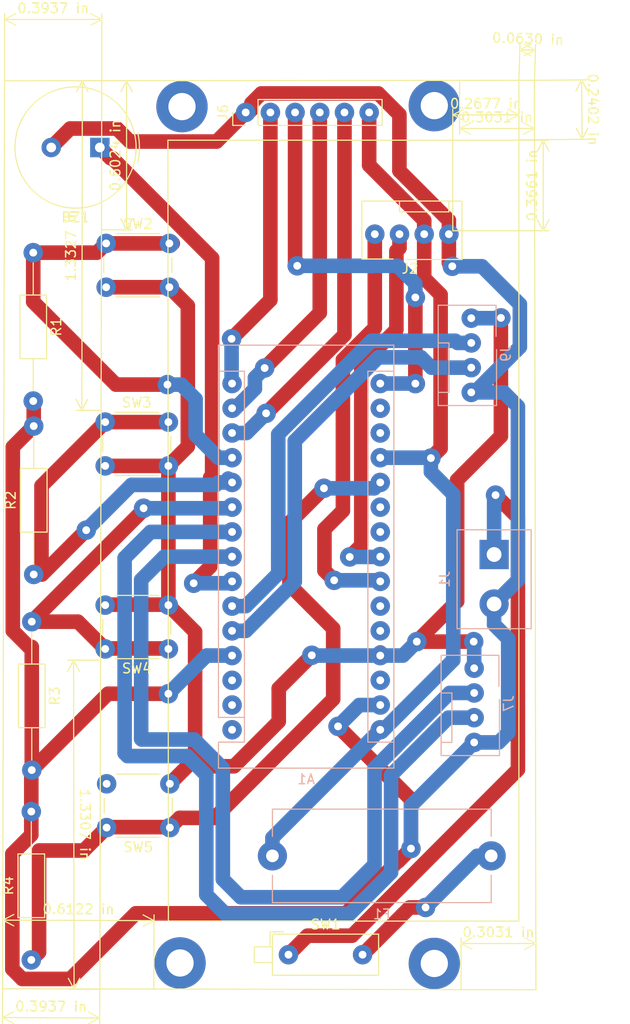
<source format=kicad_pcb>
(kicad_pcb (version 20171130) (host pcbnew "(5.1.4)-1")

  (general
    (thickness 1.6)
    (drawings 26)
    (tracks 298)
    (zones 0)
    (modules 17)
    (nets 31)
  )

  (page A4)
  (layers
    (0 F.Cu signal)
    (31 B.Cu signal)
    (32 B.Adhes user hide)
    (33 F.Adhes user hide)
    (34 B.Paste user hide)
    (35 F.Paste user hide)
    (36 B.SilkS user hide)
    (37 F.SilkS user)
    (38 B.Mask user hide)
    (39 F.Mask user hide)
    (40 Dwgs.User user)
    (41 Cmts.User user)
    (42 Eco1.User user)
    (43 Eco2.User user)
    (44 Edge.Cuts user)
    (45 Margin user)
    (46 B.CrtYd user)
    (47 F.CrtYd user)
    (48 B.Fab user)
    (49 F.Fab user)
  )

  (setup
    (last_trace_width 0.25)
    (user_trace_width 1.5)
    (trace_clearance 0.2)
    (zone_clearance 0.508)
    (zone_45_only no)
    (trace_min 0.2)
    (via_size 0.8)
    (via_drill 0.4)
    (via_min_size 0.4)
    (via_min_drill 0.3)
    (uvia_size 0.3)
    (uvia_drill 0.1)
    (uvias_allowed no)
    (uvia_min_size 0.2)
    (uvia_min_drill 0.1)
    (edge_width 0.05)
    (segment_width 0.2)
    (pcb_text_width 0.3)
    (pcb_text_size 1.5 1.5)
    (mod_edge_width 0.12)
    (mod_text_size 1 1)
    (mod_text_width 0.15)
    (pad_size 2.2 2.2)
    (pad_drill 0.8)
    (pad_to_mask_clearance 0.051)
    (solder_mask_min_width 0.25)
    (aux_axis_origin 0 0)
    (visible_elements 7FFFFFFF)
    (pcbplotparams
      (layerselection 0x00000_ffffffff)
      (usegerberextensions false)
      (usegerberattributes false)
      (usegerberadvancedattributes false)
      (creategerberjobfile false)
      (excludeedgelayer true)
      (linewidth 0.100000)
      (plotframeref false)
      (viasonmask false)
      (mode 1)
      (useauxorigin false)
      (hpglpennumber 1)
      (hpglpenspeed 20)
      (hpglpendiameter 15.000000)
      (psnegative false)
      (psa4output false)
      (plotreference true)
      (plotvalue true)
      (plotinvisibletext false)
      (padsonsilk false)
      (subtractmaskfromsilk false)
      (outputformat 1)
      (mirror false)
      (drillshape 0)
      (scaleselection 1)
      (outputdirectory "GERBER/lcd16x2/"))
  )

  (net 0 "")
  (net 1 "Net-(A1-Pad1)")
  (net 2 "Net-(A1-Pad17)")
  (net 3 "Net-(A1-Pad2)")
  (net 4 "Net-(A1-Pad18)")
  (net 5 "Net-(A1-Pad3)")
  (net 6 0)
  (net 7 /DT)
  (net 8 "Net-(A1-Pad21)")
  (net 9 /SCKC)
  (net 10 "Net-(A1-Pad22)")
  (net 11 /SDA)
  (net 12 /D5)
  (net 13 /SCL)
  (net 14 /D6)
  (net 15 "Net-(A1-Pad25)")
  (net 16 "Net-(A1-Pad26)")
  (net 17 /D8)
  (net 18 /5VA)
  (net 19 "Net-(A1-Pad28)")
  (net 20 /CS)
  (net 21 /MOSI)
  (net 22 /5V)
  (net 23 /MISO)
  (net 24 /SCK)
  (net 25 "Net-(F1-Pad2)")
  (net 26 /D7)
  (net 27 /D9)
  (net 28 /A1)
  (net 29 "Net-(A1-Pad7)")
  (net 30 "Net-(J1-Pad1)")

  (net_class Default "This is the default net class."
    (clearance 0.2)
    (trace_width 0.25)
    (via_dia 0.8)
    (via_drill 0.4)
    (uvia_dia 0.3)
    (uvia_drill 0.1)
    (add_net /5V)
    (add_net /5VA)
    (add_net /A1)
    (add_net /CS)
    (add_net /D5)
    (add_net /D6)
    (add_net /D7)
    (add_net /D8)
    (add_net /D9)
    (add_net /DT)
    (add_net /MISO)
    (add_net /MOSI)
    (add_net /SCK)
    (add_net /SCKC)
    (add_net /SCL)
    (add_net /SDA)
    (add_net 0)
    (add_net "Net-(A1-Pad1)")
    (add_net "Net-(A1-Pad17)")
    (add_net "Net-(A1-Pad18)")
    (add_net "Net-(A1-Pad2)")
    (add_net "Net-(A1-Pad21)")
    (add_net "Net-(A1-Pad22)")
    (add_net "Net-(A1-Pad25)")
    (add_net "Net-(A1-Pad26)")
    (add_net "Net-(A1-Pad28)")
    (add_net "Net-(A1-Pad3)")
    (add_net "Net-(A1-Pad7)")
    (add_net "Net-(F1-Pad2)")
    (add_net "Net-(J1-Pad1)")
  )

  (net_class UNO ""
    (clearance 0.3)
    (trace_width 1.5)
    (via_dia 0.8)
    (via_drill 0.4)
    (uvia_dia 0.3)
    (uvia_drill 0.1)
  )

  (module Connector:FanPinHeader_1x04_P2.54mm_Vertical (layer B.Cu) (tedit 6078A7A5) (tstamp 6077A156)
    (at 48.2 -61.25 90)
    (descr "4-pin CPU fan Through hole pin header, e.g. for Wieson part number 2366C888-007 Molex 47053-1000, Foxconn HF27040-M1, Tyco 1470947-1 or equivalent, see http://www.formfactors.org/developer%5Cspecs%5Crev1_2_public.pdf")
    (tags "pin header 4-pin CPU fan")
    (path /60382338)
    (fp_text reference J9 (at 4 3.55 90) (layer B.SilkS)
      (effects (font (size 1 1) (thickness 0.15)) (justify mirror))
    )
    (fp_text value Conn_01x04_CARGA (at 4.05 -4.35 90) (layer B.Fab)
      (effects (font (size 1 1) (thickness 0.15)) (justify mirror))
    )
    (fp_text user %R (at 1.85 1.75 90) (layer B.Fab)
      (effects (font (size 1 1) (thickness 0.15)) (justify mirror))
    )
    (fp_line (start -1.35 2.6) (end 4.4 2.6) (layer B.SilkS) (width 0.12))
    (fp_line (start 5.75 2.55) (end 8.95 2.55) (layer B.SilkS) (width 0.12))
    (fp_line (start 8.95 2.55) (end 8.95 -3.4) (layer B.SilkS) (width 0.12))
    (fp_line (start 8.95 -3.4) (end -1.35 -3.4) (layer B.SilkS) (width 0.12))
    (fp_line (start -1.35 -3.4) (end -1.35 2.6) (layer B.SilkS) (width 0.12))
    (fp_line (start 5.1 -3.3) (end 5.1 -2.3) (layer B.Fab) (width 0.1))
    (fp_line (start 5.1 -2.3) (end 0 -2.3) (layer B.Fab) (width 0.1))
    (fp_line (start 0 -2.3) (end 0 -3.3) (layer B.Fab) (width 0.1))
    (fp_line (start 5.75 2.5) (end 8.85 2.5) (layer B.Fab) (width 0.1))
    (fp_line (start 8.85 2.5) (end 8.85 -3.3) (layer B.Fab) (width 0.1))
    (fp_line (start 8.85 -3.3) (end -1.2 -3.3) (layer B.Fab) (width 0.1))
    (fp_line (start -1.2 -3.3) (end -1.25 -3.3) (layer B.Fab) (width 0.1))
    (fp_line (start -1.25 -3.3) (end -1.25 2.5) (layer B.Fab) (width 0.1))
    (fp_line (start -1.25 2.5) (end 4.4 2.5) (layer B.Fab) (width 0.1))
    (fp_line (start 0 -3.3) (end 0 -2.29) (layer B.SilkS) (width 0.12))
    (fp_line (start 0 -2.29) (end 5.08 -2.29) (layer B.SilkS) (width 0.12))
    (fp_line (start 5.08 -2.29) (end 5.08 -3.3) (layer B.SilkS) (width 0.12))
    (fp_line (start -1.75 -3.8) (end -1.75 3.2) (layer B.CrtYd) (width 0.05))
    (fp_line (start -1.75 -3.8) (end 9.35 -3.8) (layer B.CrtYd) (width 0.05))
    (fp_line (start 9.35 3.2) (end -1.75 3.2) (layer B.CrtYd) (width 0.05))
    (fp_line (start 9.35 3.2) (end 9.35 -3.8) (layer B.CrtYd) (width 0.05))
    (pad 1 thru_hole circle (at 0 0 90) (size 2 2) (drill 0.8) (layers *.Cu *.Mask)
      (net 6 0))
    (pad 2 thru_hole circle (at 2.54 0 90) (size 2 2) (drill 0.8) (layers *.Cu *.Mask)
      (net 7 /DT))
    (pad 3 thru_hole circle (at 5.08 0 90) (size 2 2) (drill 0.8) (layers *.Cu *.Mask)
      (net 9 /SCKC))
    (pad 4 thru_hole circle (at 7.62 0 90) (size 2 2) (drill 0.8) (layers *.Cu *.Mask)
      (net 18 /5VA))
    (model ${KISYS3DMOD}/Connector.3dshapes/FanPinHeader_1x04_P2.54mm_Vertical.wrl
      (at (xyz 0 0 0))
      (scale (xyz 1 1 1))
      (rotate (xyz 0 0 0))
    )
  )

  (module Connector:FanPinHeader_1x04_P2.54mm_Vertical (layer B.Cu) (tedit 6078965B) (tstamp 6077A137)
    (at 48.5 -25.3 90)
    (descr "4-pin CPU fan Through hole pin header, e.g. for Wieson part number 2366C888-007 Molex 47053-1000, Foxconn HF27040-M1, Tyco 1470947-1 or equivalent, see http://www.formfactors.org/developer%5Cspecs%5Crev1_2_public.pdf")
    (tags "pin header 4-pin CPU fan")
    (path /60383442)
    (fp_text reference J7 (at 4 3.55 90) (layer B.SilkS)
      (effects (font (size 1 1) (thickness 0.15)) (justify mirror))
    )
    (fp_text value Conn_01x04_DISTAN (at 4.05 -4.35 90) (layer B.Fab)
      (effects (font (size 1 1) (thickness 0.15)) (justify mirror))
    )
    (fp_line (start 9.35 3.2) (end 9.35 -3.8) (layer B.CrtYd) (width 0.05))
    (fp_line (start 9.35 3.2) (end -1.75 3.2) (layer B.CrtYd) (width 0.05))
    (fp_line (start -1.75 -3.8) (end 9.35 -3.8) (layer B.CrtYd) (width 0.05))
    (fp_line (start -1.75 -3.8) (end -1.75 3.2) (layer B.CrtYd) (width 0.05))
    (fp_line (start 5.08 -2.29) (end 5.08 -3.3) (layer B.SilkS) (width 0.12))
    (fp_line (start 0 -2.29) (end 5.08 -2.29) (layer B.SilkS) (width 0.12))
    (fp_line (start 0 -3.3) (end 0 -2.29) (layer B.SilkS) (width 0.12))
    (fp_line (start -1.25 2.5) (end 4.4 2.5) (layer B.Fab) (width 0.1))
    (fp_line (start -1.25 -3.3) (end -1.25 2.5) (layer B.Fab) (width 0.1))
    (fp_line (start -1.2 -3.3) (end -1.25 -3.3) (layer B.Fab) (width 0.1))
    (fp_line (start 8.85 -3.3) (end -1.2 -3.3) (layer B.Fab) (width 0.1))
    (fp_line (start 8.85 2.5) (end 8.85 -3.3) (layer B.Fab) (width 0.1))
    (fp_line (start 5.75 2.5) (end 8.85 2.5) (layer B.Fab) (width 0.1))
    (fp_line (start 0 -2.3) (end 0 -3.3) (layer B.Fab) (width 0.1))
    (fp_line (start 5.1 -2.3) (end 0 -2.3) (layer B.Fab) (width 0.1))
    (fp_line (start 5.1 -3.3) (end 5.1 -2.3) (layer B.Fab) (width 0.1))
    (fp_line (start -1.35 -3.4) (end -1.35 2.6) (layer B.SilkS) (width 0.12))
    (fp_line (start 8.95 -3.4) (end -1.35 -3.4) (layer B.SilkS) (width 0.12))
    (fp_line (start 8.95 2.55) (end 8.95 -3.4) (layer B.SilkS) (width 0.12))
    (fp_line (start 5.75 2.55) (end 8.95 2.55) (layer B.SilkS) (width 0.12))
    (fp_line (start -1.35 2.6) (end 4.4 2.6) (layer B.SilkS) (width 0.12))
    (fp_text user %R (at 1.85 1.75 90) (layer B.Fab)
      (effects (font (size 1 1) (thickness 0.15)) (justify mirror))
    )
    (pad 4 thru_hole circle (at 7.62 0 90) (size 2 2) (drill 0.8) (layers *.Cu *.Mask)
      (net 18 /5VA))
    (pad 3 thru_hole circle (at 5.08 0 90) (size 2 2) (drill 0.8) (layers *.Cu *.Mask)
      (net 12 /D5))
    (pad 2 thru_hole circle (at 2.54 0 90) (size 2 2) (drill 0.8) (layers *.Cu *.Mask)
      (net 14 /D6))
    (pad 1 thru_hole circle (at 0 0 90) (size 2 2) (drill 0.8) (layers *.Cu *.Mask)
      (net 6 0))
    (model ${KISYS3DMOD}/Connector.3dshapes/FanPinHeader_1x04_P2.54mm_Vertical.wrl
      (at (xyz 0 0 0))
      (scale (xyz 1 1 1))
      (rotate (xyz 0 0 0))
    )
  )

  (module Fuse:Fuseholder_Cylinder-5x20mm_Schurter_0031_8201_Horizontal_Open (layer B.Cu) (tedit 607894C8) (tstamp 6077A0BA)
    (at 27.75 -13.65)
    (descr "Fuseholder horizontal open 5x20 Schurter 0031.8201, https://www.schurter.com/en/datasheet/typ_OGN.pdf")
    (tags "Fuseholder horizontal open 5x20 Schurter 0031.8201")
    (path /6037131E)
    (fp_text reference F1 (at 11.25 6) (layer B.SilkS)
      (effects (font (size 1 1) (thickness 0.15)) (justify mirror))
    )
    (fp_text value Fuse (at 11.25 -6) (layer B.Fab)
      (effects (font (size 1 1) (thickness 0.15)) (justify mirror))
    )
    (fp_text user %R (at 11.25 -4) (layer B.Fab)
      (effects (font (size 1 1) (thickness 0.15)) (justify mirror))
    )
    (fp_line (start 0.1 4.7) (end 0.1 -4.7) (layer B.Fab) (width 0.1))
    (fp_line (start 0.1 -4.7) (end 22.4 -4.7) (layer B.Fab) (width 0.1))
    (fp_line (start 22.4 -4.7) (end 22.4 4.7) (layer B.Fab) (width 0.1))
    (fp_line (start 22.4 4.7) (end 0.1 4.7) (layer B.Fab) (width 0.1))
    (fp_line (start -0.25 -5.05) (end -0.25 -1.95) (layer B.CrtYd) (width 0.05))
    (fp_line (start 22.5 -4.8) (end 22.5 -2) (layer B.SilkS) (width 0.12))
    (fp_line (start 22.5 2) (end 22.5 4.8) (layer B.SilkS) (width 0.12))
    (fp_line (start 0 2) (end 0 4.8) (layer B.SilkS) (width 0.12))
    (fp_line (start 0 4.8) (end 22.5 4.8) (layer B.SilkS) (width 0.12))
    (fp_line (start 22.75 -5.05) (end -0.25 -5.05) (layer B.CrtYd) (width 0.05))
    (fp_line (start -0.25 5.05) (end 22.75 5.05) (layer B.CrtYd) (width 0.05))
    (fp_line (start 0 -4.8) (end 22.5 -4.8) (layer B.SilkS) (width 0.12))
    (fp_line (start -0.25 1.95) (end -0.25 5.05) (layer B.CrtYd) (width 0.05))
    (fp_line (start 22.75 1.95) (end 22.75 5.05) (layer B.CrtYd) (width 0.05))
    (fp_line (start 22.75 -1.95) (end 22.75 -5.05) (layer B.CrtYd) (width 0.05))
    (fp_line (start 0 -4.8) (end 0 -2) (layer B.SilkS) (width 0.12))
    (fp_arc (start 22.5 0) (end 22.75 1.95) (angle -165.3) (layer B.CrtYd) (width 0.05))
    (fp_arc (start 0 0) (end -0.25 -1.95) (angle -165.3) (layer B.CrtYd) (width 0.05))
    (pad 1 thru_hole circle (at 0 0) (size 3 3) (drill 1.3) (layers *.Cu *.Mask)
      (net 22 /5V))
    (pad 2 thru_hole circle (at 22.5 0) (size 3 3) (drill 1.3) (layers *.Cu *.Mask)
      (net 25 "Net-(F1-Pad2)"))
    (model ${KISYS3DMOD}/Fuse.3dshapes/Fuseholder_Cylinder-5x20mm_Schurter_0031_8201_Horizontal_Open.wrl
      (at (xyz 0 0 0))
      (scale (xyz 1 1 1))
      (rotate (xyz 0 0 0))
    )
  )

  (module Connector:FanPinHeader_1x04_P2.54mm_Vertical (layer F.Cu) (tedit 607853FB) (tstamp 6077A0EE)
    (at 45.9 -77.5 180)
    (descr "4-pin CPU fan Through hole pin header, e.g. for Wieson part number 2366C888-007 Molex 47053-1000, Foxconn HF27040-M1, Tyco 1470947-1 or equivalent, see http://www.formfactors.org/developer%5Cspecs%5Crev1_2_public.pdf")
    (tags "pin header 4-pin CPU fan")
    (path /607A3624)
    (fp_text reference J2 (at 4 -3.55 180) (layer F.SilkS)
      (effects (font (size 1 1) (thickness 0.15)))
    )
    (fp_text value Conn_01x04_LCD (at 4.05 4.35 180) (layer F.Fab)
      (effects (font (size 1 1) (thickness 0.15)))
    )
    (fp_text user %R (at 1.85 -1.75 180) (layer F.Fab)
      (effects (font (size 1 1) (thickness 0.15)))
    )
    (fp_line (start -1.35 -2.6) (end 4.4 -2.6) (layer F.SilkS) (width 0.12))
    (fp_line (start 5.75 -2.55) (end 8.95 -2.55) (layer F.SilkS) (width 0.12))
    (fp_line (start 8.95 -2.55) (end 8.95 3.4) (layer F.SilkS) (width 0.12))
    (fp_line (start 8.95 3.4) (end -1.35 3.4) (layer F.SilkS) (width 0.12))
    (fp_line (start -1.35 3.4) (end -1.35 -2.6) (layer F.SilkS) (width 0.12))
    (fp_line (start 5.1 3.3) (end 5.1 2.3) (layer F.Fab) (width 0.1))
    (fp_line (start 5.1 2.3) (end 0 2.3) (layer F.Fab) (width 0.1))
    (fp_line (start 0 2.3) (end 0 3.3) (layer F.Fab) (width 0.1))
    (fp_line (start 5.75 -2.5) (end 8.85 -2.5) (layer F.Fab) (width 0.1))
    (fp_line (start 8.85 -2.5) (end 8.85 3.3) (layer F.Fab) (width 0.1))
    (fp_line (start 8.85 3.3) (end -1.2 3.3) (layer F.Fab) (width 0.1))
    (fp_line (start -1.2 3.3) (end -1.25 3.3) (layer F.Fab) (width 0.1))
    (fp_line (start -1.25 3.3) (end -1.25 -2.5) (layer F.Fab) (width 0.1))
    (fp_line (start -1.25 -2.5) (end 4.4 -2.5) (layer F.Fab) (width 0.1))
    (fp_line (start 0 3.3) (end 0 2.29) (layer F.SilkS) (width 0.12))
    (fp_line (start 0 2.29) (end 5.08 2.29) (layer F.SilkS) (width 0.12))
    (fp_line (start 5.08 2.29) (end 5.08 3.3) (layer F.SilkS) (width 0.12))
    (fp_line (start -1.75 3.8) (end -1.75 -3.2) (layer F.CrtYd) (width 0.05))
    (fp_line (start -1.75 3.8) (end 9.35 3.8) (layer F.CrtYd) (width 0.05))
    (fp_line (start 9.35 -3.2) (end -1.75 -3.2) (layer F.CrtYd) (width 0.05))
    (fp_line (start 9.35 -3.2) (end 9.35 3.8) (layer F.CrtYd) (width 0.05))
    (pad 1 thru_hole circle (at 0 0 180) (size 2 2) (drill 0.8) (layers *.Cu *.Mask)
      (net 6 0))
    (pad 2 thru_hole circle (at 2.54 0 180) (size 2 2) (drill 0.8) (layers *.Cu *.Mask)
      (net 22 /5V))
    (pad 3 thru_hole circle (at 5.08 0 180) (size 2 2) (drill 0.8) (layers *.Cu *.Mask)
      (net 11 /SDA))
    (pad 4 thru_hole circle (at 7.62 0 180) (size 2 2) (drill 0.8) (layers *.Cu *.Mask)
      (net 13 /SCL))
    (model ${KISYS3DMOD}/Connector.3dshapes/FanPinHeader_1x04_P2.54mm_Vertical.wrl
      (at (xyz 0 0 0))
      (scale (xyz 1 1 1))
      (rotate (xyz 0 0 0))
    )
  )

  (module Module:Arduino_Nano (layer B.Cu) (tedit 6078B399) (tstamp 6077A0A0)
    (at 23.6 -26.6)
    (descr "Arduino Nano, http://www.mouser.com/pdfdocs/Gravitech_Arduino_Nano3_0.pdf")
    (tags "Arduino Nano")
    (path /60370511)
    (fp_text reference A1 (at 7.62 5.08) (layer B.SilkS)
      (effects (font (size 1 1) (thickness 0.15)) (justify mirror))
    )
    (fp_text value Arduino_Nano_v3.x (at 8.89 -19.05 -90) (layer B.Fab)
      (effects (font (size 1 1) (thickness 0.15)) (justify mirror))
    )
    (fp_text user %R (at 6.35 -19.05 -90) (layer B.Fab)
      (effects (font (size 1 1) (thickness 0.15)) (justify mirror))
    )
    (fp_line (start 1.27 -1.27) (end 1.27 1.27) (layer B.SilkS) (width 0.12))
    (fp_line (start 1.27 1.27) (end -1.4 1.27) (layer B.SilkS) (width 0.12))
    (fp_line (start -1.4 -1.27) (end -1.4 -39.5) (layer B.SilkS) (width 0.12))
    (fp_line (start -1.4 3.94) (end -1.4 1.27) (layer B.SilkS) (width 0.12))
    (fp_line (start 13.97 1.27) (end 16.64 1.27) (layer B.SilkS) (width 0.12))
    (fp_line (start 13.97 1.27) (end 13.97 -36.83) (layer B.SilkS) (width 0.12))
    (fp_line (start 13.97 -36.83) (end 16.64 -36.83) (layer B.SilkS) (width 0.12))
    (fp_line (start 1.27 -1.27) (end -1.4 -1.27) (layer B.SilkS) (width 0.12))
    (fp_line (start 1.27 -1.27) (end 1.27 -36.83) (layer B.SilkS) (width 0.12))
    (fp_line (start 1.27 -36.83) (end -1.4 -36.83) (layer B.SilkS) (width 0.12))
    (fp_line (start 3.81 -31.75) (end 11.43 -31.75) (layer B.Fab) (width 0.1))
    (fp_line (start 11.43 -31.75) (end 11.43 -41.91) (layer B.Fab) (width 0.1))
    (fp_line (start 11.43 -41.91) (end 3.81 -41.91) (layer B.Fab) (width 0.1))
    (fp_line (start 3.81 -41.91) (end 3.81 -31.75) (layer B.Fab) (width 0.1))
    (fp_line (start -1.4 -39.5) (end 16.64 -39.5) (layer B.SilkS) (width 0.12))
    (fp_line (start 16.64 -39.5) (end 16.64 3.94) (layer B.SilkS) (width 0.12))
    (fp_line (start 16.64 3.94) (end -1.4 3.94) (layer B.SilkS) (width 0.12))
    (fp_line (start 16.51 -39.37) (end -1.27 -39.37) (layer B.Fab) (width 0.1))
    (fp_line (start -1.27 -39.37) (end -1.27 2.54) (layer B.Fab) (width 0.1))
    (fp_line (start -1.27 2.54) (end 0 3.81) (layer B.Fab) (width 0.1))
    (fp_line (start 0 3.81) (end 16.51 3.81) (layer B.Fab) (width 0.1))
    (fp_line (start 16.51 3.81) (end 16.51 -39.37) (layer B.Fab) (width 0.1))
    (fp_line (start -1.53 4.06) (end 16.75 4.06) (layer B.CrtYd) (width 0.05))
    (fp_line (start -1.53 4.06) (end -1.53 -42.16) (layer B.CrtYd) (width 0.05))
    (fp_line (start 16.75 -42.16) (end 16.75 4.06) (layer B.CrtYd) (width 0.05))
    (fp_line (start 16.75 -42.16) (end -1.53 -42.16) (layer B.CrtYd) (width 0.05))
    (pad 1 thru_hole circle (at 0 0) (size 2 2) (drill 0.8) (layers *.Cu *.Mask)
      (net 1 "Net-(A1-Pad1)"))
    (pad 17 thru_hole circle (at 15.24 -33.02) (size 2 2) (drill 0.8) (layers *.Cu *.Mask)
      (net 2 "Net-(A1-Pad17)"))
    (pad 2 thru_hole circle (at 0 -2.54) (size 2 2) (drill 0.8) (layers *.Cu *.Mask)
      (net 3 "Net-(A1-Pad2)"))
    (pad 18 thru_hole circle (at 15.24 -30.48) (size 2 2) (drill 0.8) (layers *.Cu *.Mask)
      (net 4 "Net-(A1-Pad18)"))
    (pad 3 thru_hole circle (at 0 -5.08) (size 2 2) (drill 0.8) (layers *.Cu *.Mask)
      (net 5 "Net-(A1-Pad3)"))
    (pad 19 thru_hole circle (at 15.24 -27.94) (size 2 2) (drill 0.8) (layers *.Cu *.Mask)
      (net 22 /5V))
    (pad 4 thru_hole circle (at 0 -7.62) (size 2 2) (drill 0.8) (layers *.Cu *.Mask)
      (net 6 0))
    (pad 20 thru_hole circle (at 15.24 -25.4) (size 2 2) (drill 0.8) (layers *.Cu *.Mask)
      (net 28 /A1))
    (pad 5 thru_hole circle (at 0 -10.16) (size 2 2) (drill 0.8) (layers *.Cu *.Mask)
      (net 7 /DT))
    (pad 21 thru_hole circle (at 15.24 -22.86) (size 2 2) (drill 0.8) (layers *.Cu *.Mask)
      (net 8 "Net-(A1-Pad21)"))
    (pad 6 thru_hole circle (at 0 -12.7) (size 2 2) (drill 0.8) (layers *.Cu *.Mask)
      (net 9 /SCKC))
    (pad 22 thru_hole circle (at 15.24 -20.32) (size 2 2) (drill 0.8) (layers *.Cu *.Mask)
      (net 10 "Net-(A1-Pad22)"))
    (pad 7 thru_hole circle (at 0 -15.24) (size 2 2) (drill 0.8) (layers *.Cu *.Mask)
      (net 29 "Net-(A1-Pad7)"))
    (pad 23 thru_hole circle (at 15.24 -17.78) (size 2 2) (drill 0.8) (layers *.Cu *.Mask)
      (net 11 /SDA))
    (pad 8 thru_hole circle (at 0 -17.78) (size 2 2) (drill 0.8) (layers *.Cu *.Mask)
      (net 12 /D5))
    (pad 24 thru_hole circle (at 15.24 -15.24) (size 2 2) (drill 0.8) (layers *.Cu *.Mask)
      (net 13 /SCL))
    (pad 9 thru_hole circle (at 0 -20.32) (size 2 2) (drill 0.8) (layers *.Cu *.Mask)
      (net 14 /D6))
    (pad 25 thru_hole circle (at 15.24 -12.7) (size 2 2) (drill 0.8) (layers *.Cu *.Mask)
      (net 15 "Net-(A1-Pad25)"))
    (pad 10 thru_hole circle (at 0 -22.86) (size 2 2) (drill 0.8) (layers *.Cu *.Mask)
      (net 26 /D7))
    (pad 26 thru_hole circle (at 15.24 -10.16) (size 2 2) (drill 0.8) (layers *.Cu *.Mask)
      (net 16 "Net-(A1-Pad26)"))
    (pad 11 thru_hole circle (at 0 -25.4) (size 2 2) (drill 0.8) (layers *.Cu *.Mask)
      (net 17 /D8))
    (pad 27 thru_hole circle (at 15.24 -7.62) (size 2 2) (drill 0.8) (layers *.Cu *.Mask)
      (net 18 /5VA))
    (pad 12 thru_hole circle (at 0 -27.94) (size 2 2) (drill 0.8) (layers *.Cu *.Mask)
      (net 27 /D9))
    (pad 28 thru_hole circle (at 15.24 -5.08) (size 2 2) (drill 0.8) (layers *.Cu *.Mask)
      (net 19 "Net-(A1-Pad28)"))
    (pad 13 thru_hole circle (at 0 -30.48) (size 2 2) (drill 0.8) (layers *.Cu *.Mask)
      (net 20 /CS))
    (pad 29 thru_hole circle (at 15.24 -2.54) (size 2 2) (drill 0.8) (layers *.Cu *.Mask)
      (net 6 0))
    (pad 14 thru_hole circle (at 0 -33.02) (size 2 2) (drill 0.8) (layers *.Cu *.Mask)
      (net 21 /MOSI))
    (pad 30 thru_hole circle (at 15.24 0) (size 2 2) (drill 0.8) (layers *.Cu *.Mask)
      (net 22 /5V))
    (pad 15 thru_hole circle (at 0 -35.56) (size 2 2) (drill 0.8) (layers *.Cu *.Mask)
      (net 23 /MISO))
    (pad 16 thru_hole circle (at 15.24 -35.56) (size 2 2) (drill 0.8) (layers *.Cu *.Mask)
      (net 24 /SCK))
    (model ${KISYS3DMOD}/Module.3dshapes/Arduino_Nano_WithMountingHoles.wrl
      (at (xyz 0 0 0))
      (scale (xyz 1 1 1))
      (rotate (xyz 0 0 0))
    )
  )

  (module TerminalBlock:TerminalBlock_bornier-2_P5.08mm (layer B.Cu) (tedit 59FF03AB) (tstamp 6077A0CF)
    (at 50.55 -44.6 270)
    (descr "simple 2-pin terminal block, pitch 5.08mm, revamped version of bornier2")
    (tags "terminal block bornier2")
    (path /60372688)
    (fp_text reference J1 (at 2.54 5.08 270) (layer B.SilkS)
      (effects (font (size 1 1) (thickness 0.15)) (justify mirror))
    )
    (fp_text value Screw_Terminal_01x02 (at 2.54 -5.08 270) (layer B.Fab)
      (effects (font (size 1 1) (thickness 0.15)) (justify mirror))
    )
    (fp_text user %R (at 2.54 0 270) (layer B.Fab)
      (effects (font (size 1 1) (thickness 0.15)) (justify mirror))
    )
    (fp_line (start -2.41 -2.55) (end 7.49 -2.55) (layer B.Fab) (width 0.1))
    (fp_line (start -2.46 3.75) (end -2.46 -3.75) (layer B.Fab) (width 0.1))
    (fp_line (start -2.46 -3.75) (end 7.54 -3.75) (layer B.Fab) (width 0.1))
    (fp_line (start 7.54 -3.75) (end 7.54 3.75) (layer B.Fab) (width 0.1))
    (fp_line (start 7.54 3.75) (end -2.46 3.75) (layer B.Fab) (width 0.1))
    (fp_line (start 7.62 -2.54) (end -2.54 -2.54) (layer B.SilkS) (width 0.12))
    (fp_line (start 7.62 -3.81) (end 7.62 3.81) (layer B.SilkS) (width 0.12))
    (fp_line (start 7.62 3.81) (end -2.54 3.81) (layer B.SilkS) (width 0.12))
    (fp_line (start -2.54 3.81) (end -2.54 -3.81) (layer B.SilkS) (width 0.12))
    (fp_line (start -2.54 -3.81) (end 7.62 -3.81) (layer B.SilkS) (width 0.12))
    (fp_line (start -2.71 4) (end 7.79 4) (layer B.CrtYd) (width 0.05))
    (fp_line (start -2.71 4) (end -2.71 -4) (layer B.CrtYd) (width 0.05))
    (fp_line (start 7.79 -4) (end 7.79 4) (layer B.CrtYd) (width 0.05))
    (fp_line (start 7.79 -4) (end -2.71 -4) (layer B.CrtYd) (width 0.05))
    (pad 1 thru_hole rect (at 0 0 270) (size 3 3) (drill 1.52) (layers *.Cu *.Mask)
      (net 30 "Net-(J1-Pad1)"))
    (pad 2 thru_hole circle (at 5.08 0 270) (size 3 3) (drill 1.52) (layers *.Cu *.Mask)
      (net 6 0))
    (model ${KISYS3DMOD}/TerminalBlock.3dshapes/TerminalBlock_bornier-2_P5.08mm.wrl
      (offset (xyz 2.539999961853027 0 0))
      (scale (xyz 1 1 1))
      (rotate (xyz 0 0 0))
    )
  )

  (module Resistor_THT:R_Axial_DIN0207_L6.3mm_D2.5mm_P15.24mm_Horizontal (layer F.Cu) (tedit 5AE5139B) (tstamp 6077A184)
    (at 3.2 -42.55 90)
    (descr "Resistor, Axial_DIN0207 series, Axial, Horizontal, pin pitch=15.24mm, 0.25W = 1/4W, length*diameter=6.3*2.5mm^2, http://cdn-reichelt.de/documents/datenblatt/B400/1_4W%23YAG.pdf")
    (tags "Resistor Axial_DIN0207 series Axial Horizontal pin pitch 15.24mm 0.25W = 1/4W length 6.3mm diameter 2.5mm")
    (path /607BE14E)
    (fp_text reference R2 (at 7.62 -2.37 90) (layer F.SilkS)
      (effects (font (size 1 1) (thickness 0.15)))
    )
    (fp_text value R (at 7.62 2.37 90) (layer F.Fab)
      (effects (font (size 1 1) (thickness 0.15)))
    )
    (fp_text user %R (at 7.62 0 90) (layer F.Fab)
      (effects (font (size 1 1) (thickness 0.15)))
    )
    (fp_line (start 16.29 -1.5) (end -1.05 -1.5) (layer F.CrtYd) (width 0.05))
    (fp_line (start 16.29 1.5) (end 16.29 -1.5) (layer F.CrtYd) (width 0.05))
    (fp_line (start -1.05 1.5) (end 16.29 1.5) (layer F.CrtYd) (width 0.05))
    (fp_line (start -1.05 -1.5) (end -1.05 1.5) (layer F.CrtYd) (width 0.05))
    (fp_line (start 14.2 0) (end 10.89 0) (layer F.SilkS) (width 0.12))
    (fp_line (start 1.04 0) (end 4.35 0) (layer F.SilkS) (width 0.12))
    (fp_line (start 10.89 -1.37) (end 4.35 -1.37) (layer F.SilkS) (width 0.12))
    (fp_line (start 10.89 1.37) (end 10.89 -1.37) (layer F.SilkS) (width 0.12))
    (fp_line (start 4.35 1.37) (end 10.89 1.37) (layer F.SilkS) (width 0.12))
    (fp_line (start 4.35 -1.37) (end 4.35 1.37) (layer F.SilkS) (width 0.12))
    (fp_line (start 15.24 0) (end 10.77 0) (layer F.Fab) (width 0.1))
    (fp_line (start 0 0) (end 4.47 0) (layer F.Fab) (width 0.1))
    (fp_line (start 10.77 -1.25) (end 4.47 -1.25) (layer F.Fab) (width 0.1))
    (fp_line (start 10.77 1.25) (end 10.77 -1.25) (layer F.Fab) (width 0.1))
    (fp_line (start 4.47 1.25) (end 10.77 1.25) (layer F.Fab) (width 0.1))
    (fp_line (start 4.47 -1.25) (end 4.47 1.25) (layer F.Fab) (width 0.1))
    (pad 2 thru_hole circle (at 15.24 0 90) (size 2 2) (drill 0.8) (layers *.Cu *.Mask)
      (net 6 0))
    (pad 1 thru_hole circle (at 0 0 90) (size 2 2) (drill 0.8) (layers *.Cu *.Mask)
      (net 17 /D8))
    (model ${KISYS3DMOD}/Resistor_THT.3dshapes/R_Axial_DIN0207_L6.3mm_D2.5mm_P15.24mm_Horizontal.wrl
      (at (xyz 0 0 0))
      (scale (xyz 1 1 1))
      (rotate (xyz 0 0 0))
    )
  )

  (module Resistor_THT:R_Axial_DIN0207_L6.3mm_D2.5mm_P15.24mm_Horizontal (layer F.Cu) (tedit 5AE5139B) (tstamp 6077A19B)
    (at 3 -37.7 270)
    (descr "Resistor, Axial_DIN0207 series, Axial, Horizontal, pin pitch=15.24mm, 0.25W = 1/4W, length*diameter=6.3*2.5mm^2, http://cdn-reichelt.de/documents/datenblatt/B400/1_4W%23YAG.pdf")
    (tags "Resistor Axial_DIN0207 series Axial Horizontal pin pitch 15.24mm 0.25W = 1/4W length 6.3mm diameter 2.5mm")
    (path /607BFAEB)
    (fp_text reference R3 (at 7.62 -2.37 90) (layer F.SilkS)
      (effects (font (size 1 1) (thickness 0.15)))
    )
    (fp_text value R (at 7.62 2.37 90) (layer F.Fab)
      (effects (font (size 1 1) (thickness 0.15)))
    )
    (fp_line (start 4.47 -1.25) (end 4.47 1.25) (layer F.Fab) (width 0.1))
    (fp_line (start 4.47 1.25) (end 10.77 1.25) (layer F.Fab) (width 0.1))
    (fp_line (start 10.77 1.25) (end 10.77 -1.25) (layer F.Fab) (width 0.1))
    (fp_line (start 10.77 -1.25) (end 4.47 -1.25) (layer F.Fab) (width 0.1))
    (fp_line (start 0 0) (end 4.47 0) (layer F.Fab) (width 0.1))
    (fp_line (start 15.24 0) (end 10.77 0) (layer F.Fab) (width 0.1))
    (fp_line (start 4.35 -1.37) (end 4.35 1.37) (layer F.SilkS) (width 0.12))
    (fp_line (start 4.35 1.37) (end 10.89 1.37) (layer F.SilkS) (width 0.12))
    (fp_line (start 10.89 1.37) (end 10.89 -1.37) (layer F.SilkS) (width 0.12))
    (fp_line (start 10.89 -1.37) (end 4.35 -1.37) (layer F.SilkS) (width 0.12))
    (fp_line (start 1.04 0) (end 4.35 0) (layer F.SilkS) (width 0.12))
    (fp_line (start 14.2 0) (end 10.89 0) (layer F.SilkS) (width 0.12))
    (fp_line (start -1.05 -1.5) (end -1.05 1.5) (layer F.CrtYd) (width 0.05))
    (fp_line (start -1.05 1.5) (end 16.29 1.5) (layer F.CrtYd) (width 0.05))
    (fp_line (start 16.29 1.5) (end 16.29 -1.5) (layer F.CrtYd) (width 0.05))
    (fp_line (start 16.29 -1.5) (end -1.05 -1.5) (layer F.CrtYd) (width 0.05))
    (fp_text user %R (at 7.62 0 90) (layer F.Fab)
      (effects (font (size 1 1) (thickness 0.15)))
    )
    (pad 1 thru_hole circle (at 0 0 270) (size 2 2) (drill 0.8) (layers *.Cu *.Mask)
      (net 26 /D7))
    (pad 2 thru_hole circle (at 15.24 0 270) (size 2 2) (drill 0.8) (layers *.Cu *.Mask)
      (net 6 0))
    (model ${KISYS3DMOD}/Resistor_THT.3dshapes/R_Axial_DIN0207_L6.3mm_D2.5mm_P15.24mm_Horizontal.wrl
      (at (xyz 0 0 0))
      (scale (xyz 1 1 1))
      (rotate (xyz 0 0 0))
    )
  )

  (module Resistor_THT:R_Axial_DIN0207_L6.3mm_D2.5mm_P15.24mm_Horizontal (layer F.Cu) (tedit 5AE5139B) (tstamp 6077A1B2)
    (at 2.95 -2.96 90)
    (descr "Resistor, Axial_DIN0207 series, Axial, Horizontal, pin pitch=15.24mm, 0.25W = 1/4W, length*diameter=6.3*2.5mm^2, http://cdn-reichelt.de/documents/datenblatt/B400/1_4W%23YAG.pdf")
    (tags "Resistor Axial_DIN0207 series Axial Horizontal pin pitch 15.24mm 0.25W = 1/4W length 6.3mm diameter 2.5mm")
    (path /607C1377)
    (fp_text reference R4 (at 7.62 -2.37 90) (layer F.SilkS)
      (effects (font (size 1 1) (thickness 0.15)))
    )
    (fp_text value R (at 7.62 2.37 90) (layer F.Fab)
      (effects (font (size 1 1) (thickness 0.15)))
    )
    (fp_text user %R (at 9.594999 0.324999 90) (layer F.Fab)
      (effects (font (size 1 1) (thickness 0.15)))
    )
    (fp_line (start 16.29 -1.5) (end -1.05 -1.5) (layer F.CrtYd) (width 0.05))
    (fp_line (start 16.29 1.5) (end 16.29 -1.5) (layer F.CrtYd) (width 0.05))
    (fp_line (start -1.05 1.5) (end 16.29 1.5) (layer F.CrtYd) (width 0.05))
    (fp_line (start -1.05 -1.5) (end -1.05 1.5) (layer F.CrtYd) (width 0.05))
    (fp_line (start 14.2 0) (end 10.89 0) (layer F.SilkS) (width 0.12))
    (fp_line (start 1.04 0) (end 4.35 0) (layer F.SilkS) (width 0.12))
    (fp_line (start 10.89 -1.37) (end 4.35 -1.37) (layer F.SilkS) (width 0.12))
    (fp_line (start 10.89 1.37) (end 10.89 -1.37) (layer F.SilkS) (width 0.12))
    (fp_line (start 4.35 1.37) (end 10.89 1.37) (layer F.SilkS) (width 0.12))
    (fp_line (start 4.35 -1.37) (end 4.35 1.37) (layer F.SilkS) (width 0.12))
    (fp_line (start 15.24 0) (end 10.77 0) (layer F.Fab) (width 0.1))
    (fp_line (start 0 0) (end 4.47 0) (layer F.Fab) (width 0.1))
    (fp_line (start 10.77 -1.25) (end 4.47 -1.25) (layer F.Fab) (width 0.1))
    (fp_line (start 10.77 1.25) (end 10.77 -1.25) (layer F.Fab) (width 0.1))
    (fp_line (start 4.47 1.25) (end 10.77 1.25) (layer F.Fab) (width 0.1))
    (fp_line (start 4.47 -1.25) (end 4.47 1.25) (layer F.Fab) (width 0.1))
    (pad 2 thru_hole circle (at 15.24 0 90) (size 2 2) (drill 0.8) (layers *.Cu *.Mask)
      (net 6 0))
    (pad 1 thru_hole circle (at 0 0 90) (size 2 2) (drill 0.8) (layers *.Cu *.Mask)
      (net 28 /A1))
    (model ${KISYS3DMOD}/Resistor_THT.3dshapes/R_Axial_DIN0207_L6.3mm_D2.5mm_P15.24mm_Horizontal.wrl
      (at (xyz 0 0 0))
      (scale (xyz 1 1 1))
      (rotate (xyz 0 0 0))
    )
  )

  (module Button_Switch_THT:SW_DIP_SPSTx01_Piano_10.8x4.1mm_W7.62mm_P2.54mm (layer F.Cu) (tedit 5A4E1404) (tstamp 6077A1D0)
    (at 29.4 -3.5)
    (descr "1x-dip-switch SPST , Piano, row spacing 7.62 mm (300 mils), body size 10.8x4.1mm")
    (tags "DIP Switch SPST Piano 7.62mm 300mil")
    (path /603CE6BA)
    (fp_text reference SW1 (at 3.81 -3.11) (layer F.SilkS)
      (effects (font (size 1 1) (thickness 0.15)))
    )
    (fp_text value SW_Push (at 3.81 3.11) (layer F.Fab)
      (effects (font (size 1 1) (thickness 0.15)))
    )
    (fp_line (start -0.59 -2.05) (end 9.21 -2.05) (layer F.Fab) (width 0.1))
    (fp_line (start 9.21 -2.05) (end 9.21 2.05) (layer F.Fab) (width 0.1))
    (fp_line (start 9.21 2.05) (end -1.59 2.05) (layer F.Fab) (width 0.1))
    (fp_line (start -1.59 2.05) (end -1.59 -1.05) (layer F.Fab) (width 0.1))
    (fp_line (start -1.59 -1.05) (end -0.59 -2.05) (layer F.Fab) (width 0.1))
    (fp_line (start -1.59 -0.75) (end -1.59 0.75) (layer F.Fab) (width 0.1))
    (fp_line (start -1.59 0.75) (end -3.39 0.75) (layer F.Fab) (width 0.1))
    (fp_line (start -3.39 0.75) (end -3.39 -0.75) (layer F.Fab) (width 0.1))
    (fp_line (start -3.39 -0.75) (end -1.59 -0.75) (layer F.Fab) (width 0.1))
    (fp_line (start -1.65 -2.11) (end 9.27 -2.11) (layer F.SilkS) (width 0.12))
    (fp_line (start -1.65 2.11) (end 9.27 2.11) (layer F.SilkS) (width 0.12))
    (fp_line (start -1.65 -2.11) (end -1.65 2.11) (layer F.SilkS) (width 0.12))
    (fp_line (start 9.27 -2.11) (end 9.27 2.11) (layer F.SilkS) (width 0.12))
    (fp_line (start -1.89 -2.35) (end -0.507 -2.35) (layer F.SilkS) (width 0.12))
    (fp_line (start -1.89 -2.35) (end -1.89 -0.967) (layer F.SilkS) (width 0.12))
    (fp_line (start -3.51 -0.81) (end -1.65 -0.81) (layer F.SilkS) (width 0.12))
    (fp_line (start -3.51 0.81) (end -1.65 0.81) (layer F.SilkS) (width 0.12))
    (fp_line (start -3.51 -0.81) (end -3.51 0.81) (layer F.SilkS) (width 0.12))
    (fp_line (start -1.65 -0.81) (end -1.65 0.81) (layer F.SilkS) (width 0.12))
    (fp_line (start -3.65 -2.4) (end -3.65 2.4) (layer F.CrtYd) (width 0.05))
    (fp_line (start -3.65 2.4) (end 9.5 2.4) (layer F.CrtYd) (width 0.05))
    (fp_line (start 9.5 2.4) (end 9.5 -2.4) (layer F.CrtYd) (width 0.05))
    (fp_line (start 9.5 -2.4) (end -3.65 -2.4) (layer F.CrtYd) (width 0.05))
    (fp_text user %R (at 3.81 0) (layer F.Fab)
      (effects (font (size 0.6 0.6) (thickness 0.09)))
    )
    (pad 1 thru_hole circle (at 0 0) (size 2 2) (drill 0.8) (layers *.Cu *.Mask)
      (net 30 "Net-(J1-Pad1)"))
    (pad 2 thru_hole circle (at 7.62 0) (size 2 2) (drill 0.8) (layers *.Cu *.Mask)
      (net 25 "Net-(F1-Pad2)"))
    (model ${KISYS3DMOD}/Button_Switch_THT.3dshapes/SW_DIP_SPSTx01_Piano_10.8x4.1mm_W7.62mm_P2.54mm.wrl
      (at (xyz 0 0 0))
      (scale (xyz 1 1 1))
      (rotate (xyz 0 0 90))
    )
  )

  (module Buzzer_Beeper:Buzzer_TDK_PS1240P02BT_D12.2mm_H6.5mm (layer F.Cu) (tedit 5BF1CB2D) (tstamp 607864DD)
    (at 10 -86.4 180)
    (descr "Buzzer, D12.2mm height 6.5mm, https://product.tdk.com/info/en/catalog/datasheets/piezoelectronic_buzzer_ps_en.pdf")
    (tags buzzer)
    (path /607966FC)
    (fp_text reference BZ1 (at 2.5 -7.17) (layer F.SilkS)
      (effects (font (size 1 1) (thickness 0.15)))
    )
    (fp_text value Buzzer (at 2.5 7.31) (layer F.Fab)
      (effects (font (size 1 1) (thickness 0.15)))
    )
    (fp_text user %R (at 2.5 -2.43) (layer F.Fab)
      (effects (font (size 1 1) (thickness 0.15)))
    )
    (fp_circle (center 2.5 0) (end 8.85 0) (layer F.CrtYd) (width 0.05))
    (fp_circle (center 2.5 0) (end 8.6 0) (layer F.Fab) (width 0.1))
    (fp_circle (center 2.5 0) (end 3.5 0) (layer F.Fab) (width 0.1))
    (fp_circle (center 2.5 0) (end 8.73 0) (layer F.SilkS) (width 0.12))
    (fp_line (start -1.3 -1) (end -1.3 1) (layer F.Fab) (width 0.1))
    (fp_arc (start 2.5 0) (end -3.9 -1.5) (angle -26.38121493) (layer F.SilkS) (width 0.12))
    (pad 1 thru_hole rect (at 0 0 180) (size 2 2) (drill 1) (layers *.Cu *.Mask)
      (net 29 "Net-(A1-Pad7)"))
    (pad 2 thru_hole circle (at 5 0 180) (size 2 2) (drill 1) (layers *.Cu *.Mask)
      (net 6 0))
    (model ${KISYS3DMOD}/Buzzer_Beeper.3dshapes/Buzzer_TDK_PS1240P02BT_D12.2mm_H6.5mm.wrl
      (at (xyz 0 0 0))
      (scale (xyz 1 1 1))
      (rotate (xyz 0 0 0))
    )
  )

  (module Resistor_THT:R_Axial_DIN0207_L6.3mm_D2.5mm_P15.24mm_Horizontal (layer F.Cu) (tedit 5AE5139B) (tstamp 607864F4)
    (at 3.15 -75.6 270)
    (descr "Resistor, Axial_DIN0207 series, Axial, Horizontal, pin pitch=15.24mm, 0.25W = 1/4W, length*diameter=6.3*2.5mm^2, http://cdn-reichelt.de/documents/datenblatt/B400/1_4W%23YAG.pdf")
    (tags "Resistor Axial_DIN0207 series Axial Horizontal pin pitch 15.24mm 0.25W = 1/4W length 6.3mm diameter 2.5mm")
    (path /607B8DFC)
    (fp_text reference R1 (at 7.62 -2.37 90) (layer F.SilkS)
      (effects (font (size 1 1) (thickness 0.15)))
    )
    (fp_text value R (at 7.62 2.37 90) (layer F.Fab)
      (effects (font (size 1 1) (thickness 0.15)))
    )
    (fp_line (start 4.47 -1.25) (end 4.47 1.25) (layer F.Fab) (width 0.1))
    (fp_line (start 4.47 1.25) (end 10.77 1.25) (layer F.Fab) (width 0.1))
    (fp_line (start 10.77 1.25) (end 10.77 -1.25) (layer F.Fab) (width 0.1))
    (fp_line (start 10.77 -1.25) (end 4.47 -1.25) (layer F.Fab) (width 0.1))
    (fp_line (start 0 0) (end 4.47 0) (layer F.Fab) (width 0.1))
    (fp_line (start 15.24 0) (end 10.77 0) (layer F.Fab) (width 0.1))
    (fp_line (start 4.35 -1.37) (end 4.35 1.37) (layer F.SilkS) (width 0.12))
    (fp_line (start 4.35 1.37) (end 10.89 1.37) (layer F.SilkS) (width 0.12))
    (fp_line (start 10.89 1.37) (end 10.89 -1.37) (layer F.SilkS) (width 0.12))
    (fp_line (start 10.89 -1.37) (end 4.35 -1.37) (layer F.SilkS) (width 0.12))
    (fp_line (start 1.04 0) (end 4.35 0) (layer F.SilkS) (width 0.12))
    (fp_line (start 14.2 0) (end 10.89 0) (layer F.SilkS) (width 0.12))
    (fp_line (start -1.05 -1.5) (end -1.05 1.5) (layer F.CrtYd) (width 0.05))
    (fp_line (start -1.05 1.5) (end 16.29 1.5) (layer F.CrtYd) (width 0.05))
    (fp_line (start 16.29 1.5) (end 16.29 -1.5) (layer F.CrtYd) (width 0.05))
    (fp_line (start 16.29 -1.5) (end -1.05 -1.5) (layer F.CrtYd) (width 0.05))
    (fp_text user %R (at 7.62 0 90) (layer F.Fab)
      (effects (font (size 1 1) (thickness 0.15)))
    )
    (pad 1 thru_hole circle (at 0 0 270) (size 2 2) (drill 0.8) (layers *.Cu *.Mask)
      (net 27 /D9))
    (pad 2 thru_hole circle (at 15.24 0 270) (size 2 2) (drill 0.8) (layers *.Cu *.Mask)
      (net 6 0))
    (model ${KISYS3DMOD}/Resistor_THT.3dshapes/R_Axial_DIN0207_L6.3mm_D2.5mm_P15.24mm_Horizontal.wrl
      (at (xyz 0 0 0))
      (scale (xyz 1 1 1))
      (rotate (xyz 0 0 0))
    )
  )

  (module Button_Switch_THT:SW_PUSH_6mm_H4.3mm (layer F.Cu) (tedit 5A02FE31) (tstamp 60787A6E)
    (at 10.65 -76.55)
    (descr "tactile push button, 6x6mm e.g. PHAP33xx series, height=4.3mm")
    (tags "tact sw push 6mm")
    (path /607B2510)
    (fp_text reference SW2 (at 3.25 -2) (layer F.SilkS)
      (effects (font (size 1 1) (thickness 0.15)))
    )
    (fp_text value SW_ON (at 3.75 6.7) (layer F.Fab)
      (effects (font (size 1 1) (thickness 0.15)))
    )
    (fp_circle (center 3.25 2.25) (end 1.25 2.5) (layer F.Fab) (width 0.1))
    (fp_line (start 6.75 3) (end 6.75 1.5) (layer F.SilkS) (width 0.12))
    (fp_line (start 5.5 -1) (end 1 -1) (layer F.SilkS) (width 0.12))
    (fp_line (start -0.25 1.5) (end -0.25 3) (layer F.SilkS) (width 0.12))
    (fp_line (start 1 5.5) (end 5.5 5.5) (layer F.SilkS) (width 0.12))
    (fp_line (start 8 -1.25) (end 8 5.75) (layer F.CrtYd) (width 0.05))
    (fp_line (start 7.75 6) (end -1.25 6) (layer F.CrtYd) (width 0.05))
    (fp_line (start -1.5 5.75) (end -1.5 -1.25) (layer F.CrtYd) (width 0.05))
    (fp_line (start -1.25 -1.5) (end 7.75 -1.5) (layer F.CrtYd) (width 0.05))
    (fp_line (start -1.5 6) (end -1.25 6) (layer F.CrtYd) (width 0.05))
    (fp_line (start -1.5 5.75) (end -1.5 6) (layer F.CrtYd) (width 0.05))
    (fp_line (start -1.5 -1.5) (end -1.25 -1.5) (layer F.CrtYd) (width 0.05))
    (fp_line (start -1.5 -1.25) (end -1.5 -1.5) (layer F.CrtYd) (width 0.05))
    (fp_line (start 8 -1.5) (end 8 -1.25) (layer F.CrtYd) (width 0.05))
    (fp_line (start 7.75 -1.5) (end 8 -1.5) (layer F.CrtYd) (width 0.05))
    (fp_line (start 8 6) (end 8 5.75) (layer F.CrtYd) (width 0.05))
    (fp_line (start 7.75 6) (end 8 6) (layer F.CrtYd) (width 0.05))
    (fp_line (start 0.25 -0.75) (end 3.25 -0.75) (layer F.Fab) (width 0.1))
    (fp_line (start 0.25 5.25) (end 0.25 -0.75) (layer F.Fab) (width 0.1))
    (fp_line (start 6.25 5.25) (end 0.25 5.25) (layer F.Fab) (width 0.1))
    (fp_line (start 6.25 -0.75) (end 6.25 5.25) (layer F.Fab) (width 0.1))
    (fp_line (start 3.25 -0.75) (end 6.25 -0.75) (layer F.Fab) (width 0.1))
    (fp_text user %R (at 3.25 2.25) (layer F.Fab)
      (effects (font (size 1 1) (thickness 0.15)))
    )
    (pad 1 thru_hole circle (at 6.5 0) (size 2 2) (drill 0.8) (layers *.Cu *.Mask)
      (net 27 /D9))
    (pad 2 thru_hole circle (at 6.5 4.5) (size 2 2) (drill 0.8) (layers *.Cu *.Mask)
      (net 18 /5VA))
    (pad 1 thru_hole circle (at 0 0) (size 2 2) (drill 0.8) (layers *.Cu *.Mask)
      (net 27 /D9))
    (pad 2 thru_hole circle (at 0 4.5) (size 2 2) (drill 0.8) (layers *.Cu *.Mask)
      (net 18 /5VA))
    (model ${KISYS3DMOD}/Button_Switch_THT.3dshapes/SW_PUSH_6mm_H4.3mm.wrl
      (at (xyz 0 0 0))
      (scale (xyz 1 1 1))
      (rotate (xyz 0 0 0))
    )
  )

  (module Button_Switch_THT:SW_PUSH_6mm_H4.3mm (layer F.Cu) (tedit 5A02FE31) (tstamp 60787A8D)
    (at 10.55 -58.2)
    (descr "tactile push button, 6x6mm e.g. PHAP33xx series, height=4.3mm")
    (tags "tact sw push 6mm")
    (path /607B4F6F)
    (fp_text reference SW3 (at 3.25 -2) (layer F.SilkS)
      (effects (font (size 1 1) (thickness 0.15)))
    )
    (fp_text value SW_DELET (at 3.75 6.7) (layer F.Fab)
      (effects (font (size 1 1) (thickness 0.15)))
    )
    (fp_text user %R (at 3.25 2.25) (layer F.Fab)
      (effects (font (size 1 1) (thickness 0.15)))
    )
    (fp_line (start 3.25 -0.75) (end 6.25 -0.75) (layer F.Fab) (width 0.1))
    (fp_line (start 6.25 -0.75) (end 6.25 5.25) (layer F.Fab) (width 0.1))
    (fp_line (start 6.25 5.25) (end 0.25 5.25) (layer F.Fab) (width 0.1))
    (fp_line (start 0.25 5.25) (end 0.25 -0.75) (layer F.Fab) (width 0.1))
    (fp_line (start 0.25 -0.75) (end 3.25 -0.75) (layer F.Fab) (width 0.1))
    (fp_line (start 7.75 6) (end 8 6) (layer F.CrtYd) (width 0.05))
    (fp_line (start 8 6) (end 8 5.75) (layer F.CrtYd) (width 0.05))
    (fp_line (start 7.75 -1.5) (end 8 -1.5) (layer F.CrtYd) (width 0.05))
    (fp_line (start 8 -1.5) (end 8 -1.25) (layer F.CrtYd) (width 0.05))
    (fp_line (start -1.5 -1.25) (end -1.5 -1.5) (layer F.CrtYd) (width 0.05))
    (fp_line (start -1.5 -1.5) (end -1.25 -1.5) (layer F.CrtYd) (width 0.05))
    (fp_line (start -1.5 5.75) (end -1.5 6) (layer F.CrtYd) (width 0.05))
    (fp_line (start -1.5 6) (end -1.25 6) (layer F.CrtYd) (width 0.05))
    (fp_line (start -1.25 -1.5) (end 7.75 -1.5) (layer F.CrtYd) (width 0.05))
    (fp_line (start -1.5 5.75) (end -1.5 -1.25) (layer F.CrtYd) (width 0.05))
    (fp_line (start 7.75 6) (end -1.25 6) (layer F.CrtYd) (width 0.05))
    (fp_line (start 8 -1.25) (end 8 5.75) (layer F.CrtYd) (width 0.05))
    (fp_line (start 1 5.5) (end 5.5 5.5) (layer F.SilkS) (width 0.12))
    (fp_line (start -0.25 1.5) (end -0.25 3) (layer F.SilkS) (width 0.12))
    (fp_line (start 5.5 -1) (end 1 -1) (layer F.SilkS) (width 0.12))
    (fp_line (start 6.75 3) (end 6.75 1.5) (layer F.SilkS) (width 0.12))
    (fp_circle (center 3.25 2.25) (end 1.25 2.5) (layer F.Fab) (width 0.1))
    (pad 2 thru_hole circle (at 0 4.5) (size 2 2) (drill 0.8) (layers *.Cu *.Mask)
      (net 18 /5VA))
    (pad 1 thru_hole circle (at 0 0) (size 2 2) (drill 0.8) (layers *.Cu *.Mask)
      (net 17 /D8))
    (pad 2 thru_hole circle (at 6.5 4.5) (size 2 2) (drill 0.8) (layers *.Cu *.Mask)
      (net 18 /5VA))
    (pad 1 thru_hole circle (at 6.5 0) (size 2 2) (drill 0.8) (layers *.Cu *.Mask)
      (net 17 /D8))
    (model ${KISYS3DMOD}/Button_Switch_THT.3dshapes/SW_PUSH_6mm_H4.3mm.wrl
      (at (xyz 0 0 0))
      (scale (xyz 1 1 1))
      (rotate (xyz 0 0 0))
    )
  )

  (module Button_Switch_THT:SW_PUSH_6mm_H4.3mm (layer F.Cu) (tedit 5A02FE31) (tstamp 60787AAC)
    (at 17.05 -34.9 180)
    (descr "tactile push button, 6x6mm e.g. PHAP33xx series, height=4.3mm")
    (tags "tact sw push 6mm")
    (path /607B6311)
    (fp_text reference SW4 (at 3.25 -2) (layer F.SilkS)
      (effects (font (size 1 1) (thickness 0.15)))
    )
    (fp_text value SW_REVIEW (at 3.75 6.7) (layer F.Fab)
      (effects (font (size 1 1) (thickness 0.15)))
    )
    (fp_circle (center 3.25 2.25) (end 1.25 2.5) (layer F.Fab) (width 0.1))
    (fp_line (start 6.75 3) (end 6.75 1.5) (layer F.SilkS) (width 0.12))
    (fp_line (start 5.5 -1) (end 1 -1) (layer F.SilkS) (width 0.12))
    (fp_line (start -0.25 1.5) (end -0.25 3) (layer F.SilkS) (width 0.12))
    (fp_line (start 1 5.5) (end 5.5 5.5) (layer F.SilkS) (width 0.12))
    (fp_line (start 8 -1.25) (end 8 5.75) (layer F.CrtYd) (width 0.05))
    (fp_line (start 7.75 6) (end -1.25 6) (layer F.CrtYd) (width 0.05))
    (fp_line (start -1.5 5.75) (end -1.5 -1.25) (layer F.CrtYd) (width 0.05))
    (fp_line (start -1.25 -1.5) (end 7.75 -1.5) (layer F.CrtYd) (width 0.05))
    (fp_line (start -1.5 6) (end -1.25 6) (layer F.CrtYd) (width 0.05))
    (fp_line (start -1.5 5.75) (end -1.5 6) (layer F.CrtYd) (width 0.05))
    (fp_line (start -1.5 -1.5) (end -1.25 -1.5) (layer F.CrtYd) (width 0.05))
    (fp_line (start -1.5 -1.25) (end -1.5 -1.5) (layer F.CrtYd) (width 0.05))
    (fp_line (start 8 -1.5) (end 8 -1.25) (layer F.CrtYd) (width 0.05))
    (fp_line (start 7.75 -1.5) (end 8 -1.5) (layer F.CrtYd) (width 0.05))
    (fp_line (start 8 6) (end 8 5.75) (layer F.CrtYd) (width 0.05))
    (fp_line (start 7.75 6) (end 8 6) (layer F.CrtYd) (width 0.05))
    (fp_line (start 0.25 -0.75) (end 3.25 -0.75) (layer F.Fab) (width 0.1))
    (fp_line (start 0.25 5.25) (end 0.25 -0.75) (layer F.Fab) (width 0.1))
    (fp_line (start 6.25 5.25) (end 0.25 5.25) (layer F.Fab) (width 0.1))
    (fp_line (start 6.25 -0.75) (end 6.25 5.25) (layer F.Fab) (width 0.1))
    (fp_line (start 3.25 -0.75) (end 6.25 -0.75) (layer F.Fab) (width 0.1))
    (fp_text user %R (at 3.25 2.25) (layer F.Fab)
      (effects (font (size 1 1) (thickness 0.15)))
    )
    (pad 1 thru_hole circle (at 6.5 0 180) (size 2 2) (drill 0.8) (layers *.Cu *.Mask)
      (net 26 /D7))
    (pad 2 thru_hole circle (at 6.5 4.5 180) (size 2 2) (drill 0.8) (layers *.Cu *.Mask)
      (net 18 /5VA))
    (pad 1 thru_hole circle (at 0 0 180) (size 2 2) (drill 0.8) (layers *.Cu *.Mask)
      (net 26 /D7))
    (pad 2 thru_hole circle (at 0 4.5 180) (size 2 2) (drill 0.8) (layers *.Cu *.Mask)
      (net 18 /5VA))
    (model ${KISYS3DMOD}/Button_Switch_THT.3dshapes/SW_PUSH_6mm_H4.3mm.wrl
      (at (xyz 0 0 0))
      (scale (xyz 1 1 1))
      (rotate (xyz 0 0 0))
    )
  )

  (module Button_Switch_THT:SW_PUSH_6mm_H4.3mm (layer F.Cu) (tedit 5A02FE31) (tstamp 60787ACB)
    (at 17.2 -16.55 180)
    (descr "tactile push button, 6x6mm e.g. PHAP33xx series, height=4.3mm")
    (tags "tact sw push 6mm")
    (path /607B79F2)
    (fp_text reference SW5 (at 3.25 -2) (layer F.SilkS)
      (effects (font (size 1 1) (thickness 0.15)))
    )
    (fp_text value SW_START (at 3.75 6.7) (layer F.Fab)
      (effects (font (size 1 1) (thickness 0.15)))
    )
    (fp_text user %R (at 3.25 2.25) (layer F.Fab)
      (effects (font (size 1 1) (thickness 0.15)))
    )
    (fp_line (start 3.25 -0.75) (end 6.25 -0.75) (layer F.Fab) (width 0.1))
    (fp_line (start 6.25 -0.75) (end 6.25 5.25) (layer F.Fab) (width 0.1))
    (fp_line (start 6.25 5.25) (end 0.25 5.25) (layer F.Fab) (width 0.1))
    (fp_line (start 0.25 5.25) (end 0.25 -0.75) (layer F.Fab) (width 0.1))
    (fp_line (start 0.25 -0.75) (end 3.25 -0.75) (layer F.Fab) (width 0.1))
    (fp_line (start 7.75 6) (end 8 6) (layer F.CrtYd) (width 0.05))
    (fp_line (start 8 6) (end 8 5.75) (layer F.CrtYd) (width 0.05))
    (fp_line (start 7.75 -1.5) (end 8 -1.5) (layer F.CrtYd) (width 0.05))
    (fp_line (start 8 -1.5) (end 8 -1.25) (layer F.CrtYd) (width 0.05))
    (fp_line (start -1.5 -1.25) (end -1.5 -1.5) (layer F.CrtYd) (width 0.05))
    (fp_line (start -1.5 -1.5) (end -1.25 -1.5) (layer F.CrtYd) (width 0.05))
    (fp_line (start -1.5 5.75) (end -1.5 6) (layer F.CrtYd) (width 0.05))
    (fp_line (start -1.5 6) (end -1.25 6) (layer F.CrtYd) (width 0.05))
    (fp_line (start -1.25 -1.5) (end 7.75 -1.5) (layer F.CrtYd) (width 0.05))
    (fp_line (start -1.5 5.75) (end -1.5 -1.25) (layer F.CrtYd) (width 0.05))
    (fp_line (start 7.75 6) (end -1.25 6) (layer F.CrtYd) (width 0.05))
    (fp_line (start 8 -1.25) (end 8 5.75) (layer F.CrtYd) (width 0.05))
    (fp_line (start 1 5.5) (end 5.5 5.5) (layer F.SilkS) (width 0.12))
    (fp_line (start -0.25 1.5) (end -0.25 3) (layer F.SilkS) (width 0.12))
    (fp_line (start 5.5 -1) (end 1 -1) (layer F.SilkS) (width 0.12))
    (fp_line (start 6.75 3) (end 6.75 1.5) (layer F.SilkS) (width 0.12))
    (fp_circle (center 3.25 2.25) (end 1.25 2.5) (layer F.Fab) (width 0.1))
    (pad 2 thru_hole circle (at 0 4.5 180) (size 2 2) (drill 0.8) (layers *.Cu *.Mask)
      (net 18 /5VA))
    (pad 1 thru_hole circle (at 0 0 180) (size 2 2) (drill 0.8) (layers *.Cu *.Mask)
      (net 28 /A1))
    (pad 2 thru_hole circle (at 6.5 4.5 180) (size 2 2) (drill 0.8) (layers *.Cu *.Mask)
      (net 18 /5VA))
    (pad 1 thru_hole circle (at 6.5 0 180) (size 2 2) (drill 0.8) (layers *.Cu *.Mask)
      (net 28 /A1))
    (model ${KISYS3DMOD}/Button_Switch_THT.3dshapes/SW_PUSH_6mm_H4.3mm.wrl
      (at (xyz 0 0 0))
      (scale (xyz 1 1 1))
      (rotate (xyz 0 0 0))
    )
  )

  (module Connector_PinHeader_2.54mm:PinHeader_1x06_P2.54mm_Vertical (layer F.Cu) (tedit 59FED5CC) (tstamp 60788D18)
    (at 25 -90 90)
    (descr "Through hole straight pin header, 1x06, 2.54mm pitch, single row")
    (tags "Through hole pin header THT 1x06 2.54mm single row")
    (path /603840D1)
    (fp_text reference J6 (at 0 -2.33 90) (layer F.SilkS)
      (effects (font (size 1 1) (thickness 0.15)))
    )
    (fp_text value Conn_02x06_SDcard (at 0 15.03 90) (layer F.Fab)
      (effects (font (size 1 1) (thickness 0.15)))
    )
    (fp_line (start -0.635 -1.27) (end 1.27 -1.27) (layer F.Fab) (width 0.1))
    (fp_line (start 1.27 -1.27) (end 1.27 13.97) (layer F.Fab) (width 0.1))
    (fp_line (start 1.27 13.97) (end -1.27 13.97) (layer F.Fab) (width 0.1))
    (fp_line (start -1.27 13.97) (end -1.27 -0.635) (layer F.Fab) (width 0.1))
    (fp_line (start -1.27 -0.635) (end -0.635 -1.27) (layer F.Fab) (width 0.1))
    (fp_line (start -1.33 14.03) (end 1.33 14.03) (layer F.SilkS) (width 0.12))
    (fp_line (start -1.33 1.27) (end -1.33 14.03) (layer F.SilkS) (width 0.12))
    (fp_line (start 1.33 1.27) (end 1.33 14.03) (layer F.SilkS) (width 0.12))
    (fp_line (start -1.33 1.27) (end 1.33 1.27) (layer F.SilkS) (width 0.12))
    (fp_line (start -1.33 0) (end -1.33 -1.33) (layer F.SilkS) (width 0.12))
    (fp_line (start -1.33 -1.33) (end 0 -1.33) (layer F.SilkS) (width 0.12))
    (fp_line (start -1.8 -1.8) (end -1.8 14.5) (layer F.CrtYd) (width 0.05))
    (fp_line (start -1.8 14.5) (end 1.8 14.5) (layer F.CrtYd) (width 0.05))
    (fp_line (start 1.8 14.5) (end 1.8 -1.8) (layer F.CrtYd) (width 0.05))
    (fp_line (start 1.8 -1.8) (end -1.8 -1.8) (layer F.CrtYd) (width 0.05))
    (fp_text user %R (at 0 6.35) (layer F.Fab)
      (effects (font (size 1 1) (thickness 0.15)))
    )
    (pad 1 thru_hole circle (at 0 0 90) (size 2 2) (drill 0.8) (layers *.Cu *.Mask)
      (net 6 0))
    (pad 2 thru_hole circle (at 0 2.54 90) (size 2 2) (drill 0.8) (layers *.Cu *.Mask)
      (net 23 /MISO))
    (pad 3 thru_hole circle (at 0 5.08 90) (size 2 2) (drill 0.8) (layers *.Cu *.Mask)
      (net 24 /SCK))
    (pad 4 thru_hole circle (at 0 7.62 90) (size 2 2) (drill 0.8) (layers *.Cu *.Mask)
      (net 21 /MOSI))
    (pad 5 thru_hole circle (at 0 10.16 90) (size 2 2) (drill 0.8) (layers *.Cu *.Mask)
      (net 20 /CS))
    (pad 6 thru_hole circle (at 0 12.7 90) (size 2 2) (drill 0.8) (layers *.Cu *.Mask)
      (net 22 /5V))
    (model ${KISYS3DMOD}/Connector_PinHeader_2.54mm.3dshapes/PinHeader_1x06_P2.54mm_Vertical.wrl
      (at (xyz 0 0 0))
      (scale (xyz 1 1 1))
      (rotate (xyz 0 0 0))
    )
  )

  (dimension 33.850037 (width 0.12) (layer F.SilkS)
    (gr_text "33.850 mm" (at 6.90508 -76.32983 89.91536819) (layer F.SilkS)
      (effects (font (size 1 1) (thickness 0.15)))
    )
    (feature1 (pts (xy 10.15 -59.4) (xy 7.563659 -59.40382)))
    (feature2 (pts (xy 10.2 -93.25) (xy 7.613659 -93.25382)))
    (crossbar (pts (xy 8.200079 -93.252954) (xy 8.150079 -59.402954)))
    (arrow1a (pts (xy 8.150079 -59.402954) (xy 7.565323 -60.530323)))
    (arrow1b (pts (xy 8.150079 -59.402954) (xy 8.738163 -60.52859)))
    (arrow2a (pts (xy 8.200079 -93.252954) (xy 7.611995 -92.127318)))
    (arrow2b (pts (xy 8.200079 -93.252954) (xy 8.784835 -92.125585)))
  )
  (dimension 33.800037 (width 0.12) (layer F.SilkS)
    (gr_text "33.800 mm" (at 6.054342 -16.8442 -89.91524299) (layer F.SilkS)
      (effects (font (size 1 1) (thickness 0.15)))
    )
    (feature1 (pts (xy 9.95 -33.75) (xy 6.712921 -33.745211)))
    (feature2 (pts (xy 10 0.05) (xy 6.762921 0.054789)))
    (crossbar (pts (xy 7.349341 0.053921) (xy 7.299341 -33.746079)))
    (arrow1a (pts (xy 7.299341 -33.746079) (xy 7.887428 -32.620444)))
    (arrow1b (pts (xy 7.299341 -33.746079) (xy 6.714587 -32.618709)))
    (arrow2a (pts (xy 7.349341 0.053921) (xy 7.934095 -1.073449)))
    (arrow2b (pts (xy 7.349341 0.053921) (xy 6.761254 -1.071714)))
  )
  (dimension 15.3 (width 0.12) (layer F.SilkS)
    (gr_text "15.300 mm" (at 14.02 -85.6 270) (layer F.SilkS)
      (effects (font (size 1 1) (thickness 0.15)))
    )
    (feature1 (pts (xy 10.2 -77.95) (xy 13.336421 -77.95)))
    (feature2 (pts (xy 10.2 -93.25) (xy 13.336421 -93.25)))
    (crossbar (pts (xy 12.75 -93.25) (xy 12.75 -77.95)))
    (arrow1a (pts (xy 12.75 -77.95) (xy 12.163579 -79.076504)))
    (arrow1b (pts (xy 12.75 -77.95) (xy 13.336421 -79.076504)))
    (arrow2a (pts (xy 12.75 -93.25) (xy 12.163579 -92.123496)))
    (arrow2b (pts (xy 12.75 -93.25) (xy 13.336421 -92.123496)))
  )
  (gr_line (start 10 0.05) (end 10.2 -93.25) (layer F.SilkS) (width 0.12))
  (dimension 10.000125 (width 0.12) (layer F.SilkS)
    (gr_text "10.000 mm" (at 4.978895 4.24591 359.7135235) (layer F.SilkS)
      (effects (font (size 1 1) (thickness 0.15)))
    )
    (feature1 (pts (xy 10 0.05) (xy 9.982313 3.58734)))
    (feature2 (pts (xy 0 0) (xy -0.017687 3.53734)))
    (crossbar (pts (xy -0.014755 2.950926) (xy 9.985245 3.000926)))
    (arrow1a (pts (xy 9.985245 3.000926) (xy 8.855823 3.581707)))
    (arrow1b (pts (xy 9.985245 3.000926) (xy 8.861687 2.40888)))
    (arrow2a (pts (xy -0.014755 2.950926) (xy 1.108803 3.542972)))
    (arrow2b (pts (xy -0.014755 2.950926) (xy 1.114667 2.370145)))
  )
  (dimension 10 (width 0.12) (layer F.SilkS)
    (gr_text "10.000 mm" (at 5.2 -100.82) (layer F.SilkS)
      (effects (font (size 1 1) (thickness 0.15)))
    )
    (feature1 (pts (xy 10.2 -93.25) (xy 10.2 -100.136421)))
    (feature2 (pts (xy 0.2 -93.25) (xy 0.2 -100.136421)))
    (crossbar (pts (xy 0.2 -99.55) (xy 10.2 -99.55)))
    (arrow1a (pts (xy 10.2 -99.55) (xy 9.073496 -98.963579)))
    (arrow1b (pts (xy 10.2 -99.55) (xy 9.073496 -100.136421)))
    (arrow2a (pts (xy 0.2 -99.55) (xy 1.326504 -98.963579)))
    (arrow2b (pts (xy 0.2 -99.55) (xy 1.326504 -100.136421)))
  )
  (dimension 7.7 (width 0.12) (layer F.SilkS)
    (gr_text "7.700 mm" (at 50.85 -87.08) (layer F.SilkS)
      (effects (font (size 1 1) (thickness 0.15)))
    )
    (feature1 (pts (xy 47 -93.3) (xy 47 -87.763579)))
    (feature2 (pts (xy 54.7 -93.3) (xy 54.7 -87.763579)))
    (crossbar (pts (xy 54.7 -88.35) (xy 47 -88.35)))
    (arrow1a (pts (xy 47 -88.35) (xy 48.126504 -88.936421)))
    (arrow1b (pts (xy 47 -88.35) (xy 48.126504 -87.763579)))
    (arrow2a (pts (xy 54.7 -88.35) (xy 53.573496 -88.936421)))
    (arrow2b (pts (xy 54.7 -88.35) (xy 53.573496 -87.763579)))
  )
  (dimension 15.55008 (width 0.12) (layer F.SilkS)
    (gr_text "15.550 mm" (at 7.801744 -8.292348 359.8157698) (layer F.SilkS)
      (effects (font (size 1 1) (thickness 0.15)))
    )
    (feature1 (pts (xy 15.55 0.05) (xy 15.574546 -7.583772)))
    (feature2 (pts (xy 0 0) (xy 0.024546 -7.633772)))
    (crossbar (pts (xy 0.02266 -7.047355) (xy 15.57266 -6.997355)))
    (arrow1a (pts (xy 15.57266 -6.997355) (xy 14.444276 -6.414559)))
    (arrow1b (pts (xy 15.57266 -6.997355) (xy 14.448048 -7.587395)))
    (arrow2a (pts (xy 0.02266 -7.047355) (xy 1.147272 -6.457315)))
    (arrow2b (pts (xy 0.02266 -7.047355) (xy 1.151044 -7.630151)))
  )
  (dimension 7.7 (width 0.12) (layer F.SilkS)
    (gr_text "7.700 mm" (at 51 -5.92) (layer F.SilkS)
      (effects (font (size 1 1) (thickness 0.15)))
    )
    (feature1 (pts (xy 47.15 0.1) (xy 47.15 -5.236421)))
    (feature2 (pts (xy 54.85 0.1) (xy 54.85 -5.236421)))
    (crossbar (pts (xy 54.85 -4.65) (xy 47.15 -4.65)))
    (arrow1a (pts (xy 47.15 -4.65) (xy 48.276504 -5.236421)))
    (arrow1b (pts (xy 47.15 -4.65) (xy 48.276504 -4.063579)))
    (arrow2a (pts (xy 54.85 -4.65) (xy 53.723496 -5.236421)))
    (arrow2b (pts (xy 54.85 -4.65) (xy 53.723496 -4.063579)))
  )
  (gr_line (start 54.85 0) (end 54.85 0.1) (layer F.SilkS) (width 0.12))
  (gr_line (start 46.3 -77.85) (end 53.1 -77.85) (layer F.SilkS) (width 0.12))
  (gr_line (start 46.3 -87.15) (end 46.3 -77.85) (layer F.SilkS) (width 0.12))
  (dimension 9.3 (width 0.12) (layer F.SilkS)
    (gr_text "9.300 mm" (at 56.87 -82.5 270) (layer F.SilkS)
      (effects (font (size 1 1) (thickness 0.15)))
    )
    (feature1 (pts (xy 53.1 -77.85) (xy 56.186421 -77.85)))
    (feature2 (pts (xy 53.1 -87.15) (xy 56.186421 -87.15)))
    (crossbar (pts (xy 55.6 -87.15) (xy 55.6 -77.85)))
    (arrow1a (pts (xy 55.6 -77.85) (xy 55.013579 -78.976504)))
    (arrow1b (pts (xy 55.6 -77.85) (xy 56.186421 -78.976504)))
    (arrow2a (pts (xy 55.6 -87.15) (xy 55.013579 -86.023496)))
    (arrow2b (pts (xy 55.6 -87.15) (xy 56.186421 -86.023496)))
  )
  (dimension 6.8 (width 0.12) (layer F.SilkS)
    (gr_text "6.800 mm" (at 49.7 -91.02) (layer F.SilkS)
      (effects (font (size 1 1) (thickness 0.15)))
    )
    (feature1 (pts (xy 46.3 -87.15) (xy 46.3 -90.336421)))
    (feature2 (pts (xy 53.1 -87.15) (xy 53.1 -90.336421)))
    (crossbar (pts (xy 53.1 -89.75) (xy 46.3 -89.75)))
    (arrow1a (pts (xy 46.3 -89.75) (xy 47.426504 -90.336421)))
    (arrow1b (pts (xy 46.3 -89.75) (xy 47.426504 -89.163579)))
    (arrow2a (pts (xy 53.1 -89.75) (xy 51.973496 -90.336421)))
    (arrow2b (pts (xy 53.1 -89.75) (xy 51.973496 -89.163579)))
  )
  (gr_line (start 54.75 -87.2) (end 53.05 -87.2) (layer F.SilkS) (width 0.12))
  (gr_line (start 53.1 -93.35) (end 53.1 -87.15) (layer F.SilkS) (width 0.12))
  (dimension 6.100205 (width 0.12) (layer F.SilkS)
    (gr_text "6.100 mm" (at 60.847499 -90.300184 270.469627) (layer F.SilkS)
      (effects (font (size 1 1) (thickness 0.15)))
    )
    (feature1 (pts (xy 54.75 -87.2) (xy 60.188943 -87.244582)))
    (feature2 (pts (xy 54.7 -93.3) (xy 60.138943 -93.344582)))
    (crossbar (pts (xy 59.552542 -93.339775) (xy 59.602542 -87.239775)))
    (arrow1a (pts (xy 59.602542 -87.239775) (xy 59.006908 -88.361434)))
    (arrow1b (pts (xy 59.602542 -87.239775) (xy 60.17971 -88.371047)))
    (arrow2a (pts (xy 59.552542 -93.339775) (xy 58.975374 -92.208503)))
    (arrow2b (pts (xy 59.552542 -93.339775) (xy 60.148176 -92.218116)))
  )
  (dimension 1.600781 (width 0.12) (layer F.SilkS)
    (gr_text "1.601 mm" (at 54.036058 -97.678867 -1.789910608) (layer F.SilkS)
      (effects (font (size 1 1) (thickness 0.15)))
    )
    (feature1 (pts (xy 53.1 -93.35) (xy 53.214707 -97.020622)))
    (feature2 (pts (xy 54.7 -93.3) (xy 54.814707 -96.970622)))
    (crossbar (pts (xy 54.79639 -96.384487) (xy 53.19639 -96.434487)))
    (arrow1a (pts (xy 53.19639 -96.434487) (xy 54.340661 -96.985436)))
    (arrow1b (pts (xy 53.19639 -96.434487) (xy 54.304027 -95.813166)))
    (arrow2a (pts (xy 54.79639 -96.384487) (xy 53.688753 -97.005808)))
    (arrow2b (pts (xy 54.79639 -96.384487) (xy 53.652119 -95.833538)))
  )
  (gr_line (start 17.05 -6.95) (end 53.1 -6.95) (layer F.SilkS) (width 0.12))
  (gr_line (start 53.1 -87.15) (end 53.1 -6.95) (layer F.SilkS) (width 0.12))
  (gr_line (start 17 -87.15) (end 53.1 -87.15) (layer F.SilkS) (width 0.12))
  (gr_line (start 17.05 -6.95) (end 17 -87.15) (layer F.SilkS) (width 0.12))
  (gr_line (start 54.7 -93.3) (end 0.15 -93.25) (layer F.SilkS) (width 0.12))
  (gr_line (start 0 0) (end 0.2 -93.25) (layer F.SilkS) (width 0.12))
  (gr_line (start 54.95 0.1) (end 0 0) (layer F.SilkS) (width 0.12))
  (gr_line (start 54.7 -93.3) (end 54.85 0) (layer F.SilkS) (width 0.12))

  (via (at 44.4 -2.6) (size 5.28) (drill 2.8) (layers F.Cu B.Cu) (net 0))
  (via (at 18.25 -2.65) (size 5.28) (drill 2.8) (layers F.Cu B.Cu) (net 0) (tstamp 607855AE))
  (via (at 18.45 -90.6) (size 5.28) (drill 2.8) (layers F.Cu B.Cu) (net 0) (tstamp 607855AE))
  (via (at 44.4 -90.7) (size 5.28) (drill 2.8) (layers F.Cu B.Cu) (net 0) (tstamp 607855AE))
  (via (at 34.5 -26.95) (size 2) (drill 0.8) (layers F.Cu B.Cu) (net 6) (tstamp 6078CF8C))
  (via (at 42 -14.4) (size 2) (drill 0.8) (layers F.Cu B.Cu) (net 6) (tstamp 6078CF8C))
  (via (at 17.05 -30.3) (size 2) (drill 0.8) (layers F.Cu B.Cu) (net 6) (tstamp 6078CF8C))
  (via (at 46.25 -74.2) (size 2) (drill 0.8) (layers F.Cu B.Cu) (net 6) (tstamp 6078CF8C))
  (segment (start 2.95 -22.41) (end 3 -22.46) (width 1.5) (layer F.Cu) (net 6))
  (segment (start 2.95 -18.2) (end 2.95 -22.41) (width 1.5) (layer F.Cu) (net 6))
  (segment (start 3.2 -60.31) (end 3.15 -60.36) (width 1.5) (layer F.Cu) (net 6))
  (segment (start 3.2 -57.79) (end 3.2 -60.31) (width 1.5) (layer F.Cu) (net 6))
  (segment (start 2.400001 -56.990001) (end 3.2 -57.79) (width 1.5) (layer F.Cu) (net 6))
  (segment (start 1.249999 -55.839999) (end 2.400001 -56.990001) (width 1.5) (layer F.Cu) (net 6))
  (segment (start 3 -22.46) (end 3 -35.109998) (width 1.5) (layer F.Cu) (net 6))
  (segment (start 46.05 -77.35) (end 45.9 -77.5) (width 1.5) (layer F.Cu) (net 6))
  (segment (start 52.049999 -41.019999) (end 50.55 -39.52) (width 1.5) (layer B.Cu) (net 6))
  (segment (start 53.000001 -41.970001) (end 52.049999 -41.019999) (width 1.5) (layer B.Cu) (net 6))
  (segment (start 53.000001 -59.799999) (end 53.000001 -41.970001) (width 1.5) (layer B.Cu) (net 6))
  (segment (start 48.2 -61.25) (end 51.55 -61.25) (width 1.5) (layer B.Cu) (net 6))
  (segment (start 51.55 -61.25) (end 53.000001 -59.799999) (width 1.5) (layer B.Cu) (net 6))
  (segment (start 50.55 -37.39868) (end 52 -35.94868) (width 1.5) (layer B.Cu) (net 6))
  (segment (start 50.55 -39.52) (end 50.55 -37.39868) (width 1.5) (layer B.Cu) (net 6))
  (segment (start 51.015 -25.3) (end 48.5 -25.3) (width 1.5) (layer B.Cu) (net 6))
  (segment (start 52 -26.285) (end 51.015 -25.3) (width 1.5) (layer B.Cu) (net 6))
  (segment (start 52 -35.94868) (end 52 -26.285) (width 1.5) (layer B.Cu) (net 6))
  (segment (start 2.200001 -56.790001) (end 3.2 -57.79) (width 1.5) (layer F.Cu) (net 6))
  (segment (start 1.049999 -55.639999) (end 2.200001 -56.790001) (width 1.5) (layer F.Cu) (net 6))
  (segment (start 1.049999 -36.763999) (end 1.049999 -55.639999) (width 1.5) (layer F.Cu) (net 6))
  (segment (start 2.704 -35.109998) (end 1.049999 -36.763999) (width 1.5) (layer F.Cu) (net 6))
  (segment (start 3 -35.109998) (end 2.704 -35.109998) (width 1.5) (layer F.Cu) (net 6))
  (segment (start 5.999999 -87.399999) (end 5 -86.4) (width 1.5) (layer F.Cu) (net 6))
  (segment (start 6.950001 -88.350001) (end 5.999999 -87.399999) (width 1.5) (layer F.Cu) (net 6))
  (segment (start 11.760001 -88.350001) (end 6.950001 -88.350001) (width 1.5) (layer F.Cu) (net 6))
  (segment (start 13.100003 -87.009999) (end 11.760001 -88.350001) (width 1.5) (layer F.Cu) (net 6))
  (segment (start 22.009999 -87.009999) (end 13.100003 -87.009999) (width 1.5) (layer F.Cu) (net 6))
  (segment (start 25 -90) (end 22.009999 -87.009999) (width 1.5) (layer F.Cu) (net 6))
  (segment (start 45.9 -78.914213) (end 45.9 -77.5) (width 1.5) (layer F.Cu) (net 6))
  (segment (start 40.809999 -84.004214) (end 45.9 -78.914213) (width 1.5) (layer F.Cu) (net 6))
  (segment (start 40.809999 -89.776003) (end 40.809999 -84.004214) (width 1.5) (layer F.Cu) (net 6))
  (segment (start 38.636001 -91.950001) (end 40.809999 -89.776003) (width 1.5) (layer F.Cu) (net 6))
  (segment (start 26.603999 -91.950001) (end 38.636001 -91.950001) (width 1.5) (layer F.Cu) (net 6))
  (segment (start 25.589999 -90.936001) (end 26.603999 -91.950001) (width 1.5) (layer F.Cu) (net 6))
  (segment (start 25.589999 -90.289999) (end 25.589999 -90.936001) (width 1.5) (layer F.Cu) (net 6))
  (segment (start 25.3 -90) (end 25.589999 -90.289999) (width 1.5) (layer F.Cu) (net 6))
  (segment (start 25 -90) (end 25.3 -90) (width 1.5) (layer F.Cu) (net 6))
  (segment (start 48.2 -61.25) (end 48.546002 -61.25) (width 1.5) (layer B.Cu) (net 6))
  (segment (start 48.546002 -61.25) (end 53.200001 -65.903999) (width 1.5) (layer B.Cu) (net 6))
  (segment (start 45.9 -74.55) (end 46.25 -74.2) (width 1.5) (layer F.Cu) (net 6))
  (segment (start 45.9 -77.5) (end 45.9 -74.55) (width 1.5) (layer F.Cu) (net 6))
  (segment (start 49.300002 -74.2) (end 53.200001 -70.300001) (width 1.5) (layer B.Cu) (net 6))
  (segment (start 46.25 -74.2) (end 49.300002 -74.2) (width 1.5) (layer B.Cu) (net 6))
  (segment (start 53.200001 -65.903999) (end 53.200001 -70.300001) (width 1.5) (layer B.Cu) (net 6))
  (segment (start 20.97 -34.22) (end 23.6 -34.22) (width 1.5) (layer B.Cu) (net 6))
  (segment (start 17.05 -30.3) (end 20.97 -34.22) (width 1.5) (layer B.Cu) (net 6))
  (segment (start 10.84 -30.3) (end 3 -22.46) (width 1.5) (layer F.Cu) (net 6))
  (segment (start 17.05 -30.3) (end 10.84 -30.3) (width 1.5) (layer F.Cu) (net 6))
  (segment (start 2.013999 -1.009999) (end 6.959999 -1.009999) (width 1.5) (layer F.Cu) (net 6))
  (segment (start 0.999999 -2.023999) (end 2.013999 -1.009999) (width 1.5) (layer F.Cu) (net 6))
  (segment (start 0.999999 -13.854176) (end 0.999999 -2.023999) (width 1.5) (layer F.Cu) (net 6))
  (segment (start 2.95 -18.2) (end 2.95 -15.804177) (width 1.5) (layer F.Cu) (net 6))
  (segment (start 2.95 -15.804177) (end 0.999999 -13.854176) (width 1.5) (layer F.Cu) (net 6))
  (segment (start 6.959999 -1.009999) (end 13.7 -7.75) (width 1.5) (layer F.Cu) (net 6))
  (segment (start 13.7 -7.75) (end 35.3 -7.75) (width 1.5) (layer F.Cu) (net 6))
  (segment (start 48.55 -25.25) (end 48.5 -25.3) (width 1.5) (layer B.Cu) (net 6))
  (segment (start 40.650001 -13.100001) (end 35.3 -7.75) (width 1.5) (layer F.Cu) (net 6))
  (segment (start 40.700001 -13.100001) (end 40.650001 -13.100001) (width 1.5) (layer F.Cu) (net 6))
  (segment (start 42 -14.4) (end 40.700001 -13.100001) (width 1.5) (layer F.Cu) (net 6))
  (segment (start 42 -18.8) (end 48.5 -25.3) (width 1.5) (layer B.Cu) (net 6))
  (segment (start 42 -14.4) (end 42 -18.8) (width 1.5) (layer B.Cu) (net 6))
  (segment (start 42 -19.45) (end 34.5 -26.95) (width 1.5) (layer F.Cu) (net 6))
  (segment (start 42 -14.4) (end 42 -19.45) (width 1.5) (layer F.Cu) (net 6))
  (segment (start 36.69 -29.14) (end 38.84 -29.14) (width 1.5) (layer B.Cu) (net 6))
  (segment (start 34.5 -26.95) (end 36.69 -29.14) (width 1.5) (layer B.Cu) (net 6))
  (segment (start 44.11 -63.79) (end 48.2 -63.79) (width 1.5) (layer B.Cu) (net 7))
  (segment (start 25.014213 -36.76) (end 30.05 -41.795787) (width 1.5) (layer B.Cu) (net 7))
  (segment (start 23.6 -36.76) (end 25.014213 -36.76) (width 1.5) (layer B.Cu) (net 7))
  (segment (start 30.05 -41.795787) (end 30.05 -56.256002) (width 1.5) (layer B.Cu) (net 7))
  (segment (start 30.05 -56.256002) (end 38.643998 -64.85) (width 1.5) (layer B.Cu) (net 7))
  (segment (start 38.643998 -64.85) (end 43.05 -64.85) (width 1.5) (layer B.Cu) (net 7))
  (segment (start 43.05 -64.85) (end 44.11 -63.79) (width 1.5) (layer B.Cu) (net 7))
  (segment (start 28.34999 -42.635777) (end 28.34999 -44.84999) (width 1.5) (layer B.Cu) (net 9))
  (segment (start 25.014213 -39.3) (end 28.34999 -42.635777) (width 1.5) (layer B.Cu) (net 9))
  (segment (start 23.6 -39.3) (end 25.014213 -39.3) (width 1.5) (layer B.Cu) (net 9))
  (segment (start 28.34999 -43.94999) (end 28.34999 -44.84999) (width 1.5) (layer B.Cu) (net 9))
  (segment (start 46.785787 -66.33) (end 48.2 -66.33) (width 1.5) (layer B.Cu) (net 9))
  (segment (start 46.565777 -66.55001) (end 46.785787 -66.33) (width 1.5) (layer B.Cu) (net 9))
  (segment (start 37.939831 -66.55001) (end 46.565777 -66.55001) (width 1.5) (layer B.Cu) (net 9))
  (segment (start 28.349991 -56.960169) (end 37.939831 -66.55001) (width 1.5) (layer B.Cu) (net 9))
  (segment (start 28.34999 -44.84999) (end 28.349991 -56.960169) (width 1.5) (layer B.Cu) (net 9))
  (via (at 35.7 -44.35) (size 2) (drill 0.8) (layers F.Cu B.Cu) (net 11) (tstamp 6078CF8C))
  (segment (start 40.82 -76.085787) (end 40.82 -77.5) (width 1.5) (layer F.Cu) (net 11))
  (segment (start 40.499999 -75.765786) (end 40.82 -76.085787) (width 1.5) (layer F.Cu) (net 11))
  (segment (start 40.499999 -67.691646) (end 40.499999 -75.765786) (width 1.5) (layer F.Cu) (net 11))
  (segment (start 36.889999 -64.081646) (end 40.499999 -67.691646) (width 1.5) (layer F.Cu) (net 11))
  (segment (start 36.889999 -45.539999) (end 36.889999 -64.081646) (width 1.5) (layer F.Cu) (net 11))
  (segment (start 35.7 -44.35) (end 36.889999 -45.539999) (width 1.5) (layer F.Cu) (net 11))
  (segment (start 38.81 -44.35) (end 38.84 -44.38) (width 1.5) (layer B.Cu) (net 11))
  (segment (start 35.7 -44.35) (end 38.81 -44.35) (width 1.5) (layer B.Cu) (net 11))
  (segment (start 48.5 -30.38) (end 45.985 -30.38) (width 1.5) (layer B.Cu) (net 12))
  (segment (start 38.254157 -22.649157) (end 40.5525 -24.9475) (width 1.5) (layer B.Cu) (net 12))
  (segment (start 34.90001 -9.40001) (end 38.254157 -12.754157) (width 1.5) (layer B.Cu) (net 12))
  (segment (start 24.49999 -9.40001) (end 34.90001 -9.40001) (width 1.5) (layer B.Cu) (net 12))
  (segment (start 22.650843 -11.249157) (end 24.49999 -9.40001) (width 1.5) (layer B.Cu) (net 12))
  (segment (start 19.69999 -25.60001) (end 22.650843 -22.649157) (width 1.5) (layer B.Cu) (net 12))
  (segment (start 14.29999 -25.60001) (end 19.69999 -25.60001) (width 1.5) (layer B.Cu) (net 12))
  (segment (start 22.650843 -22.649157) (end 22.650843 -11.249157) (width 1.5) (layer B.Cu) (net 12))
  (segment (start 40.5525 -24.9475) (end 39.25 -23.645) (width 1.5) (layer B.Cu) (net 12))
  (segment (start 38.254157 -12.754157) (end 38.254157 -22.649157) (width 1.5) (layer B.Cu) (net 12))
  (segment (start 45.985 -30.38) (end 40.5525 -24.9475) (width 1.5) (layer B.Cu) (net 12))
  (segment (start 23.6 -44.38) (end 16.63 -44.38) (width 1.5) (layer B.Cu) (net 12))
  (segment (start 16.63 -44.38) (end 14.25 -42) (width 1.5) (layer B.Cu) (net 12))
  (segment (start 14.25 -42) (end 14.25 -25.65) (width 1.5) (layer B.Cu) (net 12))
  (segment (start 14.25 -25.65) (end 14.29999 -25.60001) (width 1.5) (layer B.Cu) (net 12))
  (via (at 34.1 -41.95) (size 2) (drill 0.8) (layers F.Cu B.Cu) (net 13) (tstamp 6078CF8C))
  (segment (start 33.100001 -42.949999) (end 34.1 -41.95) (width 1.5) (layer F.Cu) (net 13))
  (segment (start 33.100001 -47.200001) (end 33.100001 -42.949999) (width 1.5) (layer F.Cu) (net 13))
  (segment (start 35.000001 -49.100001) (end 33.100001 -47.200001) (width 1.5) (layer F.Cu) (net 13))
  (segment (start 35.000001 -64.595824) (end 35.000001 -49.100001) (width 1.5) (layer F.Cu) (net 13))
  (segment (start 38.28 -67.875823) (end 35.000001 -64.595824) (width 1.5) (layer F.Cu) (net 13))
  (segment (start 38.28 -77.5) (end 38.28 -67.875823) (width 1.5) (layer F.Cu) (net 13))
  (segment (start 38.73 -41.95) (end 38.84 -41.84) (width 1.5) (layer B.Cu) (net 13))
  (segment (start 34.1 -41.95) (end 38.73 -41.95) (width 1.5) (layer B.Cu) (net 13))
  (segment (start 45.849174 -27.84) (end 48.5 -27.84) (width 1.5) (layer B.Cu) (net 14))
  (segment (start 23.6 -46.92) (end 22.185787 -46.92) (width 1.5) (layer B.Cu) (net 14))
  (segment (start 39.954167 -21.94499) (end 45.849174 -27.84) (width 1.5) (layer B.Cu) (net 14))
  (segment (start 18.995823 -23.9) (end 12.85 -23.9) (width 1.5) (layer B.Cu) (net 14))
  (segment (start 20.950833 -21.94499) (end 18.995823 -23.9) (width 1.5) (layer B.Cu) (net 14))
  (segment (start 12.85 -23.9) (end 12.55 -24.2) (width 1.5) (layer B.Cu) (net 14))
  (segment (start 12.55 -24.2) (end 12.55 -44.25) (width 1.5) (layer B.Cu) (net 14))
  (segment (start 15.22 -46.92) (end 23.6 -46.92) (width 1.5) (layer B.Cu) (net 14))
  (segment (start 12.55 -44.25) (end 15.22 -46.92) (width 1.5) (layer B.Cu) (net 14))
  (segment (start 39.954167 -21.94499) (end 39.954167 -11.954167) (width 1.5) (layer B.Cu) (net 14))
  (segment (start 39.954167 -11.954167) (end 35.7 -7.7) (width 1.5) (layer B.Cu) (net 14))
  (segment (start 35.7 -7.7) (end 22.9 -7.7) (width 1.5) (layer B.Cu) (net 14))
  (segment (start 20.950833 -9.649167) (end 20.950833 -21.94499) (width 1.5) (layer B.Cu) (net 14))
  (segment (start 22.9 -7.7) (end 20.950833 -9.649167) (width 1.5) (layer B.Cu) (net 14))
  (via (at 8.6 -47.1) (size 2) (drill 0.8) (layers F.Cu B.Cu) (net 17) (tstamp 6078CF8C))
  (segment (start 9.550001 -57.200001) (end 10.55 -58.2) (width 1.5) (layer F.Cu) (net 17))
  (segment (start 3.999999 -51.649999) (end 9.550001 -57.200001) (width 1.5) (layer F.Cu) (net 17))
  (segment (start 3.999999 -43.349999) (end 3.999999 -51.649999) (width 1.5) (layer F.Cu) (net 17))
  (segment (start 3.2 -42.55) (end 3.999999 -43.349999) (width 1.5) (layer F.Cu) (net 17))
  (segment (start 10.55 -58.2) (end 17.05 -58.2) (width 1.5) (layer F.Cu) (net 17))
  (segment (start 23.6 -52) (end 23.25 -52) (width 1.5) (layer F.Cu) (net 17))
  (segment (start 23.2 -52.4) (end 23.6 -52) (width 1.5) (layer B.Cu) (net 17))
  (segment (start 4.05 -42.55) (end 8.6 -47.1) (width 1.5) (layer F.Cu) (net 17))
  (segment (start 3.2 -42.55) (end 4.05 -42.55) (width 1.5) (layer F.Cu) (net 17))
  (segment (start 22.185787 -52) (end 23.6 -52) (width 1.5) (layer B.Cu) (net 17))
  (segment (start 21.935786 -51.749999) (end 22.185787 -52) (width 1.5) (layer B.Cu) (net 17))
  (segment (start 13.249999 -51.749999) (end 21.935786 -51.749999) (width 1.5) (layer B.Cu) (net 17))
  (segment (start 8.6 -47.1) (end 13.249999 -51.749999) (width 1.5) (layer B.Cu) (net 17))
  (via (at 31.8 -34.25) (size 2) (drill 0.8) (layers F.Cu B.Cu) (net 18) (tstamp 6078CF8C))
  (via (at 51.25 -68.9) (size 2) (drill 0.8) (layers F.Cu B.Cu) (net 18) (tstamp 6078CF8C))
  (via (at 42.6 -35.65) (size 2) (drill 0.8) (layers F.Cu B.Cu) (net 18) (tstamp 6078CF8C))
  (via (at 48.45 -35.65) (size 2) (drill 0.8) (layers F.Cu B.Cu) (net 18) (tstamp 6078CF8C))
  (segment (start 17 -39.45) (end 10.5 -39.45) (width 1.5) (layer F.Cu) (net 18))
  (segment (start 10.55 -53.7) (end 17.05 -53.7) (width 1.5) (layer F.Cu) (net 18))
  (segment (start 10.65 -72.05) (end 17.15 -72.05) (width 1.5) (layer F.Cu) (net 18))
  (segment (start 38.84 -34.22) (end 38.84 -34.54) (width 1.5) (layer F.Cu) (net 18))
  (segment (start 48.5 -35.6) (end 48.45 -35.65) (width 1.5) (layer B.Cu) (net 18))
  (segment (start 48.5 -32.92) (end 48.5 -35.6) (width 1.5) (layer B.Cu) (net 18))
  (segment (start 41.17 -34.22) (end 42.6 -35.65) (width 1.5) (layer B.Cu) (net 18))
  (segment (start 38.84 -34.22) (end 41.17 -34.22) (width 1.5) (layer B.Cu) (net 18))
  (segment (start 42.6 -35.65) (end 48.45 -35.65) (width 1.5) (layer F.Cu) (net 18))
  (segment (start 46.750009 -39.800009) (end 42.6 -35.65) (width 1.5) (layer F.Cu) (net 18))
  (segment (start 46.750009 -52.250009) (end 46.750009 -39.800009) (width 1.5) (layer F.Cu) (net 18))
  (segment (start 51.22 -68.87) (end 51.25 -68.9) (width 1.5) (layer B.Cu) (net 18))
  (segment (start 48.2 -68.87) (end 51.22 -68.87) (width 1.5) (layer B.Cu) (net 18))
  (segment (start 51.25 -56.75) (end 48.975 -54.475) (width 1.5) (layer F.Cu) (net 18))
  (segment (start 51.25 -68.9) (end 51.25 -56.75) (width 1.5) (layer F.Cu) (net 18))
  (segment (start 48.975 -54.475) (end 46.750009 -52.250009) (width 1.5) (layer F.Cu) (net 18))
  (segment (start 19.8 -30.735787) (end 19.8 -24.6) (width 1.5) (layer F.Cu) (net 18))
  (segment (start 21.55 -22.85) (end 23.8 -22.85) (width 1.5) (layer F.Cu) (net 18))
  (segment (start 19.8 -24.6) (end 21.55 -22.85) (width 1.5) (layer F.Cu) (net 18))
  (segment (start 23.8 -22.85) (end 28.4 -27.45) (width 1.5) (layer F.Cu) (net 18))
  (segment (start 28.4 -30.85) (end 31.8 -34.25) (width 1.5) (layer F.Cu) (net 18))
  (segment (start 28.4 -27.45) (end 28.4 -30.85) (width 1.5) (layer F.Cu) (net 18))
  (segment (start 31.83 -34.22) (end 31.8 -34.25) (width 1.5) (layer B.Cu) (net 18))
  (segment (start 38.84 -34.22) (end 31.83 -34.22) (width 1.5) (layer B.Cu) (net 18))
  (segment (start 19.8 -23.65) (end 19.8 -24.6) (width 1.5) (layer F.Cu) (net 18))
  (segment (start 17.2 -21.05) (end 19.8 -23.65) (width 1.5) (layer F.Cu) (net 18))
  (segment (start 19.8 -36.65) (end 19.8 -30.735787) (width 1.5) (layer F.Cu) (net 18))
  (segment (start 17.05 -39.4) (end 19.8 -36.65) (width 1.5) (layer F.Cu) (net 18))
  (segment (start 17.05 -39.4) (end 17.05 -53.7) (width 1.5) (layer F.Cu) (net 18))
  (segment (start 18.149999 -71.050001) (end 17.15 -72.05) (width 1.5) (layer F.Cu) (net 18))
  (segment (start 19.05 -70.15) (end 18.149999 -71.050001) (width 1.5) (layer F.Cu) (net 18))
  (segment (start 19.05 -55.7) (end 19.05 -70.15) (width 1.5) (layer F.Cu) (net 18))
  (segment (start 17.05 -53.7) (end 19.05 -55.7) (width 1.5) (layer F.Cu) (net 18))
  (via (at 27.1 -59.1) (size 2) (drill 0.8) (layers F.Cu B.Cu) (net 20) (tstamp 6078CF8C))
  (segment (start 35.16 -67.16) (end 35.16 -90) (width 1.5) (layer F.Cu) (net 20))
  (segment (start 27.1 -59.1) (end 35.16 -67.16) (width 1.5) (layer F.Cu) (net 20))
  (segment (start 25.08 -57.08) (end 27.1 -59.1) (width 1.5) (layer B.Cu) (net 20))
  (segment (start 23.6 -57.08) (end 25.08 -57.08) (width 1.5) (layer B.Cu) (net 20))
  (via (at 26.95 -63.75) (size 2) (drill 0.8) (layers F.Cu B.Cu) (net 21) (tstamp 6078CF8C))
  (segment (start 32.62 -69.42) (end 32.62 -90) (width 1.5) (layer F.Cu) (net 21))
  (segment (start 26.95 -63.75) (end 32.62 -69.42) (width 1.5) (layer F.Cu) (net 21))
  (segment (start 25.950001 -62.750001) (end 26.95 -63.75) (width 1.5) (layer B.Cu) (net 21))
  (segment (start 25.950001 -61.623999) (end 25.950001 -62.750001) (width 1.5) (layer B.Cu) (net 21))
  (segment (start 23.946002 -59.62) (end 25.950001 -61.623999) (width 1.5) (layer B.Cu) (net 21))
  (segment (start 23.6 -59.62) (end 23.946002 -59.62) (width 1.5) (layer B.Cu) (net 21))
  (via (at 44.05 -54.5) (size 2) (drill 0.8) (layers F.Cu B.Cu) (net 22) (tstamp 6078CF8C))
  (segment (start 37.7 -88.585787) (end 37.7 -90) (width 1.5) (layer F.Cu) (net 22))
  (segment (start 37.7 -84.574213) (end 37.7 -88.585787) (width 1.5) (layer F.Cu) (net 22))
  (segment (start 43.36 -78.914213) (end 37.7 -84.574213) (width 1.5) (layer F.Cu) (net 22))
  (segment (start 43.36 -77.5) (end 43.36 -78.914213) (width 1.5) (layer F.Cu) (net 22))
  (segment (start 45.049999 -55.499999) (end 44.05 -54.5) (width 1.5) (layer F.Cu) (net 22))
  (segment (start 45.049999 -71.286003) (end 45.049999 -55.499999) (width 1.5) (layer F.Cu) (net 22))
  (segment (start 43.36 -72.976002) (end 45.049999 -71.286003) (width 1.5) (layer F.Cu) (net 22))
  (segment (start 43.36 -77.5) (end 43.36 -72.976002) (width 1.5) (layer F.Cu) (net 22))
  (segment (start 44.01 -54.54) (end 44.05 -54.5) (width 1.5) (layer B.Cu) (net 22))
  (segment (start 38.84 -54.54) (end 44.01 -54.54) (width 1.5) (layer B.Cu) (net 22))
  (segment (start 44.05 -53.085787) (end 46.35 -50.785787) (width 1.5) (layer B.Cu) (net 22))
  (segment (start 44.05 -54.5) (end 44.05 -53.085787) (width 1.5) (layer B.Cu) (net 22))
  (segment (start 39.186002 -26.6) (end 38.84 -26.6) (width 1.5) (layer B.Cu) (net 22))
  (segment (start 46.35 -33.763998) (end 39.186002 -26.6) (width 1.5) (layer B.Cu) (net 22))
  (segment (start 46.35 -50.785787) (end 46.35 -33.763998) (width 1.5) (layer B.Cu) (net 22))
  (segment (start 27.75 -15.51) (end 27.75 -13.65) (width 1.5) (layer B.Cu) (net 22))
  (segment (start 38.84 -26.6) (end 27.75 -15.51) (width 1.5) (layer B.Cu) (net 22))
  (via (at 23.55 -66.75) (size 2) (drill 0.8) (layers F.Cu B.Cu) (net 23) (tstamp 6078CF8C))
  (segment (start 27.54 -70.74) (end 23.55 -66.75) (width 1.5) (layer F.Cu) (net 23))
  (segment (start 27.54 -90) (end 27.54 -70.74) (width 1.5) (layer F.Cu) (net 23))
  (segment (start 23.55 -62.21) (end 23.6 -62.16) (width 1.5) (layer B.Cu) (net 23))
  (segment (start 23.55 -66.75) (end 23.55 -62.21) (width 1.5) (layer B.Cu) (net 23))
  (via (at 42.45 -71) (size 2) (drill 0.8) (layers F.Cu B.Cu) (net 24) (tstamp 6078CF8C))
  (via (at 30.3 -74.25) (size 2) (drill 0.8) (layers F.Cu B.Cu) (net 24) (tstamp 6078CF8C))
  (via (at 42.45 -62.15) (size 2) (drill 0.8) (layers F.Cu B.Cu) (net 24) (tstamp 6078CF8C))
  (segment (start 37.9 -74.25) (end 37.95 -74.2) (width 1.5) (layer B.Cu) (net 24))
  (segment (start 30.3 -74.25) (end 37.9 -74.25) (width 1.5) (layer B.Cu) (net 24))
  (segment (start 30.08 -74.47) (end 30.3 -74.25) (width 1.5) (layer F.Cu) (net 24))
  (segment (start 30.08 -90) (end 30.08 -74.47) (width 1.5) (layer F.Cu) (net 24))
  (segment (start 40.614213 -74.25) (end 37.9 -74.25) (width 1.5) (layer B.Cu) (net 24))
  (segment (start 42.45 -72.414213) (end 40.614213 -74.25) (width 1.5) (layer B.Cu) (net 24))
  (segment (start 42.45 -71) (end 42.45 -72.414213) (width 1.5) (layer B.Cu) (net 24))
  (segment (start 42.44 -62.16) (end 42.45 -62.15) (width 1.5) (layer B.Cu) (net 24))
  (segment (start 38.84 -62.16) (end 42.44 -62.16) (width 1.5) (layer B.Cu) (net 24))
  (segment (start 42.45 -71) (end 42.45 -62.15) (width 1.5) (layer F.Cu) (net 24))
  (via (at 43.5 -8.35) (size 2) (drill 0.8) (layers F.Cu B.Cu) (net 25) (tstamp 6078CF8C))
  (segment (start 48.8 -13.65) (end 43.5 -8.35) (width 1.5) (layer B.Cu) (net 25))
  (segment (start 50.25 -13.65) (end 48.8 -13.65) (width 1.5) (layer B.Cu) (net 25))
  (segment (start 41.87 -8.35) (end 37.02 -3.5) (width 1.5) (layer F.Cu) (net 25))
  (segment (start 43.5 -8.35) (end 41.87 -8.35) (width 1.5) (layer F.Cu) (net 25))
  (via (at 14.5 -49.35) (size 2) (drill 0.8) (layers F.Cu B.Cu) (net 26) (tstamp 6078CF8C))
  (segment (start 10.5 -34.95) (end 17 -34.95) (width 1.5) (layer F.Cu) (net 26))
  (segment (start 7.75 -37.7) (end 10.55 -34.9) (width 1.5) (layer F.Cu) (net 26))
  (segment (start 3 -37.7) (end 7.75 -37.7) (width 1.5) (layer F.Cu) (net 26))
  (segment (start 14.5 -49.2) (end 14.5 -49.35) (width 1.5) (layer F.Cu) (net 26))
  (segment (start 3 -37.7) (end 14.5 -49.2) (width 1.5) (layer F.Cu) (net 26))
  (segment (start 23.49 -49.35) (end 23.6 -49.46) (width 1.5) (layer B.Cu) (net 26))
  (segment (start 14.5 -49.35) (end 23.49 -49.35) (width 1.5) (layer B.Cu) (net 26))
  (via (at 16.95 -62.05) (size 2) (drill 0.8) (layers F.Cu B.Cu) (net 27) (tstamp 6078CF8C))
  (segment (start 9.7 -75.6) (end 10.65 -76.55) (width 1.5) (layer F.Cu) (net 27))
  (segment (start 3.15 -75.6) (end 9.7 -75.6) (width 1.5) (layer F.Cu) (net 27))
  (segment (start 10.65 -76.55) (end 17.5 -76.55) (width 1.5) (layer F.Cu) (net 27))
  (segment (start 22.185787 -54.54) (end 23.6 -54.54) (width 1.5) (layer B.Cu) (net 27))
  (segment (start 19.85 -56.875787) (end 22.185787 -54.54) (width 1.5) (layer B.Cu) (net 27))
  (segment (start 19.85 -60.564213) (end 19.85 -56.875787) (width 1.5) (layer B.Cu) (net 27))
  (segment (start 18.364213 -62.05) (end 19.85 -60.564213) (width 1.5) (layer B.Cu) (net 27))
  (segment (start 16.95 -62.05) (end 18.364213 -62.05) (width 1.5) (layer B.Cu) (net 27))
  (segment (start 16.95 -62.05) (end 11.65 -62.05) (width 1.5) (layer F.Cu) (net 27))
  (segment (start 3.15 -70.55) (end 3.15 -75.6) (width 1.5) (layer F.Cu) (net 27))
  (segment (start 11.65 -62.05) (end 3.15 -70.55) (width 1.5) (layer F.Cu) (net 27))
  (via (at 33.05 -51.4) (size 2) (drill 0.8) (layers F.Cu B.Cu) (net 28) (tstamp 6078CF8C))
  (segment (start 10.65 -16.6) (end 17.15 -16.6) (width 1.5) (layer F.Cu) (net 28))
  (segment (start 3.749999 -3.759999) (end 3.749999 -14.199999) (width 1.5) (layer F.Cu) (net 28))
  (segment (start 2.95 -2.96) (end 3.749999 -3.759999) (width 1.5) (layer F.Cu) (net 28))
  (segment (start 38.24 -51.4) (end 38.84 -52) (width 1.5) (layer B.Cu) (net 28))
  (segment (start 33.05 -51.4) (end 38.24 -51.4) (width 1.5) (layer B.Cu) (net 28))
  (segment (start 29.5 -47.85) (end 33.05 -51.4) (width 1.5) (layer F.Cu) (net 28))
  (segment (start 29.5 -41.5) (end 29.5 -47.85) (width 1.5) (layer F.Cu) (net 28))
  (segment (start 34 -37) (end 29.5 -41.5) (width 1.5) (layer F.Cu) (net 28))
  (segment (start 34 -29.75) (end 34 -37) (width 1.5) (layer F.Cu) (net 28))
  (segment (start 8.349999 -14.199999) (end 10.7 -16.55) (width 1.5) (layer F.Cu) (net 28))
  (segment (start 3.749999 -14.199999) (end 8.349999 -14.199999) (width 1.5) (layer F.Cu) (net 28))
  (segment (start 21.799999 -17.549999) (end 26.225 -21.975) (width 1.5) (layer F.Cu) (net 28))
  (segment (start 18.199999 -17.549999) (end 21.799999 -17.549999) (width 1.5) (layer F.Cu) (net 28))
  (segment (start 17.2 -16.55) (end 18.199999 -17.549999) (width 1.5) (layer F.Cu) (net 28))
  (segment (start 25.35 -21.1) (end 26.225 -21.975) (width 1.5) (layer F.Cu) (net 28))
  (segment (start 26.225 -21.975) (end 34 -29.75) (width 1.5) (layer F.Cu) (net 28))
  (via (at 19.65 -41.65) (size 2) (drill 0.8) (layers F.Cu B.Cu) (net 29) (tstamp 6078CF8C))
  (segment (start 21.350001 -43.350001) (end 20.649999 -42.649999) (width 1.5) (layer F.Cu) (net 29))
  (segment (start 21.350001 -52.504178) (end 21.350001 -43.350001) (width 1.5) (layer F.Cu) (net 29))
  (segment (start 21.550009 -75.035993) (end 21.550009 -52.704186) (width 1.5) (layer F.Cu) (net 29))
  (segment (start 20.649999 -42.649999) (end 19.65 -41.65) (width 1.5) (layer F.Cu) (net 29))
  (segment (start 11.276013 -85.309989) (end 21.550009 -75.035993) (width 1.5) (layer F.Cu) (net 29))
  (segment (start 21.550009 -52.704186) (end 21.350001 -52.504178) (width 1.5) (layer F.Cu) (net 29))
  (segment (start 11.090011 -85.309989) (end 11.276013 -85.309989) (width 1.5) (layer F.Cu) (net 29))
  (segment (start 10 -86.4) (end 11.090011 -85.309989) (width 1.5) (layer F.Cu) (net 29))
  (segment (start 23.41 -41.65) (end 23.6 -41.84) (width 1.5) (layer B.Cu) (net 29))
  (segment (start 19.65 -41.65) (end 23.41 -41.65) (width 1.5) (layer B.Cu) (net 29))
  (via (at 50.7 -50.7) (size 2) (drill 0.8) (layers F.Cu B.Cu) (net 30) (tstamp 6078CF8C))
  (segment (start 51.699999 -49.700001) (end 50.7 -50.7) (width 1.5) (layer F.Cu) (net 30))
  (segment (start 53.000001 -48.399999) (end 51.699999 -49.700001) (width 1.5) (layer F.Cu) (net 30))
  (segment (start 53.000001 -22.513999) (end 53.000001 -48.399999) (width 1.5) (layer F.Cu) (net 30))
  (segment (start 35.936003 -5.450001) (end 53.000001 -22.513999) (width 1.5) (layer F.Cu) (net 30))
  (segment (start 31.350001 -5.450001) (end 35.936003 -5.450001) (width 1.5) (layer F.Cu) (net 30))
  (segment (start 29.4 -3.5) (end 31.350001 -5.450001) (width 1.5) (layer F.Cu) (net 30))
  (segment (start 50.55 -50.55) (end 50.7 -50.7) (width 1.5) (layer B.Cu) (net 30))
  (segment (start 50.55 -44.6) (end 50.55 -50.55) (width 1.5) (layer B.Cu) (net 30))

)

</source>
